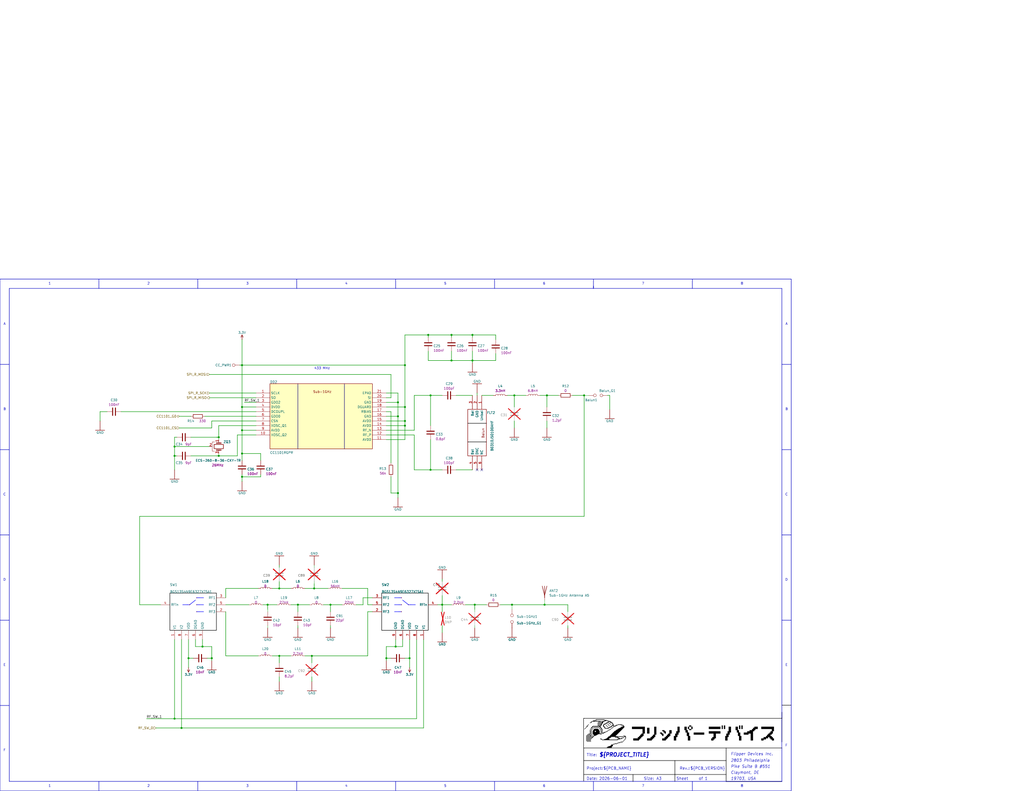
<source format=kicad_sch>
(kicad_sch (version 20230121) (generator eeschema)
  (paper "C")
  (title_block (rev "-"))
  (junction (at 119.38 248.92))
  (junction (at 220.98 199.39))
  (junction (at 217.17 227.33))
  (junction (at 217.17 219.71))
  (junction (at 220.98 222.25))
  (junction (at 95.25 248.92))
  (junction (at 170.18 358.14))
  (junction (at 234.95 215.9))
  (junction (at 280.67 215.9))
  (junction (at 110.49 353.06))
  (junction (at 99.06 397.51))
  (junction (at 246.38 196.85))
  (junction (at 234.95 256.54))
  (junction (at 132.08 199.39))
  (junction (at 95.25 392.43))
  (junction (at 162.56 330.2))
  (junction (at 132.08 260.35))
  (junction (at 115.57 359.41))
  (junction (at 132.08 234.95))
  (junction (at 146.05 330.2))
  (junction (at 215.9 353.06))
  (junction (at 217.17 269.24))
  (junction (at 220.98 232.41))
  (junction (at 233.68 182.88))
  (junction (at 223.52 359.41))
  (junction (at 241.3 330.2))
  (junction (at 259.08 330.2))
  (junction (at 132.08 222.25))
  (junction (at 132.08 247.65))
  (junction (at 171.45 321.31))
  (junction (at 180.34 330.2))
  (junction (at 298.45 215.9))
  (junction (at 297.18 330.2))
  (junction (at 279.4 330.2))
  (junction (at 210.82 359.41))
  (junction (at 152.4 358.14))
  (junction (at 246.38 182.88))
  (junction (at 318.77 215.9))
  (junction (at 119.38 238.76))
  (junction (at 257.81 182.88))
  (junction (at 102.87 359.41))
  (junction (at 257.81 196.85))
  (junction (at 95.25 243.84))
  (junction (at 152.4 321.31))
  (junction (at 220.98 229.87))
  (no_connect (at 260.35 256.54))
  (no_connect (at 262.89 256.54))
  (wire (pts (xy 180.34 341.63) (xy 180.34 342.9)) (stroke (width 0.254)))
  (wire (pts (xy 171.45 308.61) (xy 171.45 309.88)))
  (wire (pts (xy 210.82 232.41) (xy 220.98 232.41)) (stroke (width 0.254)))
  (wire (pts (xy 217.17 214.63) (xy 217.17 219.71)) (stroke (width 0.254)))
  (polyline (pts (xy 368.3 426.72) (xy 368.3 422.91)) (stroke (width 0.254) (type solid) (color 0 0 0 1)))
  (wire (pts (xy 143.51 330.2) (xy 146.05 330.2)) (stroke (width 0.254)))
  (wire (pts (xy 246.38 191.77) (xy 246.38 196.85)) (stroke (width 0.254)))
  (wire (pts (xy 142.24 247.65) (xy 142.24 251.46)) (stroke (width 0.254)))
  (polyline (pts (xy 107.95 157.48) (xy 107.95 152.4)) (stroke (width 0.254) (type solid)))
  (wire (pts (xy 241.3 330.2) (xy 246.38 330.2)) (stroke (width 0.254)))
  (wire (pts (xy 66.04 224.79) (xy 139.7 224.79)) (stroke (width 0.254)))
  (wire (pts (xy 119.38 238.76) (xy 119.38 240.03)))
  (polyline (pts (xy 426.72 292.1) (xy 431.8 292.1)) (stroke (width 0.254) (type solid)))
  (wire (pts (xy 226.06 234.95) (xy 226.06 215.9)) (stroke (width 0.254)))
  (wire (pts (xy 234.95 256.54) (xy 241.3 256.54)) (stroke (width 0.254)))
  (polyline (pts (xy 396.24 426.72) (xy 426.72 426.72)) (stroke (width 0.254) (type solid) (color 0 0 0 1)))
  (polyline (pts (xy 0 152.4) (xy 431.758 152.4)) (stroke (width 0.254) (type solid)))
  (polyline (pts (xy 431.758 431.758) (xy 0 431.758)) (stroke (width 0.254) (type solid)))
  (wire (pts (xy 220.98 222.25) (xy 220.98 199.39)) (stroke (width 0.254)))
  (polyline (pts (xy 5.08 338.667) (xy 0 338.667)) (stroke (width 0.254) (type solid)))
  (wire (pts (xy 231.14 349.25) (xy 231.14 397.51)) (stroke (width 0.254)))
  (wire (pts (xy 262.89 215.9) (xy 269.24 215.9)) (stroke (width 0.254)))
  (wire (pts (xy 213.36 217.17) (xy 210.82 217.17)) (stroke (width 0.254)))
  (wire (pts (xy 259.08 332.74) (xy 259.08 334.01)))
  (wire (pts (xy 152.4 308.61) (xy 152.4 309.88)) (stroke (width 0.254)))
  (wire (pts (xy 132.08 234.95) (xy 139.7 234.95)) (stroke (width 0.254)))
  (polyline (pts (xy 53.975 426.72) (xy 53.975 431.8)) (stroke (width 0.254) (type solid)))
  (wire (pts (xy 213.36 204.47) (xy 213.36 217.17)) (stroke (width 0.254)))
  (wire (pts (xy 331.47 215.9) (xy 332.74 215.9)) (stroke (width 0.254)))
  (wire (pts (xy 219.71 353.06) (xy 215.9 353.06)) (stroke (width 0.254)))
  (wire (pts (xy 298.45 215.9) (xy 298.45 222.25)) (stroke (width 0.254)))
  (wire (pts (xy 123.19 321.31) (xy 140.97 321.31)) (stroke (width 0.254)))
  (wire (pts (xy 132.08 185.42) (xy 132.08 199.39)) (stroke (width 0.254)))
  (wire (pts (xy 146.05 332.74) (xy 146.05 334.01)))
  (wire (pts (xy 210.82 240.03) (xy 220.98 240.03)) (stroke (width 0.254)))
  (wire (pts (xy 104.14 248.92) (xy 119.38 248.92)) (stroke (width 0.254)))
  (wire (pts (xy 162.56 341.63) (xy 162.56 342.9)) (stroke (width 0.254)))
  (wire (pts (xy 139.7 229.87) (xy 115.57 229.87)) (stroke (width 0.254)))
  (wire (pts (xy 95.25 392.43) (xy 80.01 392.43)) (stroke (width 0.254)))
  (wire (pts (xy 139.7 222.25) (xy 132.08 222.25)) (stroke (width 0.254)))
  (wire (pts (xy 200.66 358.14) (xy 200.66 334.01)) (stroke (width 0.254)))
  (wire (pts (xy 332.74 223.52) (xy 332.74 215.9)) (stroke (width 0.254)))
  (wire (pts (xy 114.3 204.47) (xy 213.36 204.47)) (stroke (width 0.254)))
  (wire (pts (xy 213.36 224.79) (xy 210.82 224.79)) (stroke (width 0.254)))
  (wire (pts (xy 215.9 353.06) (xy 215.9 349.25)) (stroke (width 0.254)))
  (polyline (pts (xy 53.975 157.48) (xy 53.975 152.4)) (stroke (width 0.254) (type solid)))
  (wire (pts (xy 210.82 359.41) (xy 210.82 360.68)) (stroke (width 0.254)))
  (wire (pts (xy 111.76 227.33) (xy 139.7 227.33)) (stroke (width 0.254)))
  (wire (pts (xy 220.98 229.87) (xy 220.98 222.25)) (stroke (width 0.254)))
  (wire (pts (xy 210.82 359.41) (xy 213.36 359.41)) (stroke (width 0.254)))
  (polyline (pts (xy 323.85 157.48) (xy 323.85 152.4)) (stroke (width 0.254) (type solid)))
  (wire (pts (xy 200.66 330.2) (xy 203.2 330.2)) (stroke (width 0.254)))
  (wire (pts (xy 273.05 330.2) (xy 279.4 330.2)) (stroke (width 0.254)))
  (wire (pts (xy 102.87 359.41) (xy 105.41 359.41)) (stroke (width 0.254)))
  (wire (pts (xy 110.49 353.06) (xy 115.57 353.06)) (stroke (width 0.254)))
  (wire (pts (xy 152.4 358.14) (xy 158.75 358.14)) (stroke (width 0.254)))
  (wire (pts (xy 280.67 229.87) (xy 280.67 233.68)) (stroke (width 0.254)))
  (wire (pts (xy 246.38 182.88) (xy 246.38 184.15)) (stroke (width 0.254)))
  (wire (pts (xy 129.54 237.49) (xy 129.54 248.92)) (stroke (width 0.254)))
  (wire (pts (xy 210.82 227.33) (xy 217.17 227.33)) (stroke (width 0.254)))
  (wire (pts (xy 76.2 330.2) (xy 76.2 281.94)) (stroke (width 0.254)))
  (wire (pts (xy 139.7 232.41) (xy 119.38 232.41)) (stroke (width 0.254)))
  (wire (pts (xy 194.31 330.2) (xy 198.12 330.2)) (stroke (width 0.254)))
  (wire (pts (xy 234.95 256.54) (xy 226.06 256.54)) (stroke (width 0.254)))
  (wire (pts (xy 115.57 353.06) (xy 115.57 359.41)) (stroke (width 0.254)))
  (wire (pts (xy 114.3 217.17) (xy 139.7 217.17)) (stroke (width 0.254)))
  (wire (pts (xy 97.79 227.33) (xy 104.14 227.33)) (stroke (width 0.254)))
  (wire (pts (xy 312.42 215.9) (xy 318.77 215.9)) (stroke (width 0.254)))
  (polyline (pts (xy 107.95 426.72) (xy 107.95 431.8)) (stroke (width 0.254) (type solid)))
  (wire (pts (xy 226.06 215.9) (xy 234.95 215.9)) (stroke (width 0.254)))
  (wire (pts (xy 152.4 369.57) (xy 152.4 372.11)) (stroke (width 0.254)))
  (wire (pts (xy 198.12 326.39) (xy 203.2 326.39)) (stroke (width 0.254)))
  (wire (pts (xy 115.57 359.41) (xy 115.57 360.68)) (stroke (width 0.254)))
  (wire (pts (xy 102.87 364.49) (xy 102.87 359.41)) (stroke (width 0.254)))
  (wire (pts (xy 257.81 182.88) (xy 257.81 184.15)) (stroke (width 0.254)))
  (wire (pts (xy 318.77 281.94) (xy 318.77 215.9)) (stroke (width 0.254)))
  (wire (pts (xy 298.45 229.87) (xy 298.45 233.68)) (stroke (width 0.254)))
  (wire (pts (xy 180.34 330.2) (xy 180.34 334.01)) (stroke (width 0.254)))
  (wire (pts (xy 248.92 215.9) (xy 257.81 215.9)) (stroke (width 0.254)))
  (polyline (pts (xy 368.3 422.91) (xy 368.3 415.29)) (stroke (width 0.254) (type solid) (color 0 0 0 1)))
  (wire (pts (xy 95.25 248.92) (xy 95.25 256.54)) (stroke (width 0.254)))
  (wire (pts (xy 132.08 234.95) (xy 132.08 222.25)) (stroke (width 0.254)))
  (polyline (pts (xy 215.9 426.72) (xy 215.9 431.8)) (stroke (width 0.254) (type solid)))
  (wire (pts (xy 248.92 256.54) (xy 257.81 256.54)) (stroke (width 0.254)))
  (wire (pts (xy 220.98 199.39) (xy 220.98 182.88)) (stroke (width 0.254)))
  (wire (pts (xy 142.24 247.65) (xy 132.08 247.65)) (stroke (width 0.254)))
  (wire (pts (xy 210.82 214.63) (xy 217.17 214.63)) (stroke (width 0.254)))
  (wire (pts (xy 171.45 318.77) (xy 171.45 321.31)) (stroke (width 0.254)))
  (wire (pts (xy 95.25 243.84) (xy 95.25 248.92)) (stroke (width 0.254)))
  (wire (pts (xy 132.08 260.35) (xy 142.24 260.35)) (stroke (width 0.254)))
  (wire (pts (xy 162.56 330.2) (xy 162.56 334.01)) (stroke (width 0.254)))
  (wire (pts (xy 223.52 359.41) (xy 223.52 349.25)) (stroke (width 0.254)))
  (wire (pts (xy 260.35 215.9) (xy 260.35 214.63)) (stroke (width 0.254)))
  (wire (pts (xy 170.18 369.57) (xy 170.18 372.11)) (stroke (width 0.254)))
  (wire (pts (xy 246.38 182.88) (xy 257.81 182.88)) (stroke (width 0.254)))
  (wire (pts (xy 238.76 330.2) (xy 241.3 330.2)) (stroke (width 0.254)))
  (wire (pts (xy 106.68 353.06) (xy 110.49 353.06)) (stroke (width 0.254)))
  (wire (pts (xy 270.51 182.88) (xy 270.51 185.42)) (stroke (width 0.254)))
  (wire (pts (xy 200.66 334.01) (xy 203.2 334.01)) (stroke (width 0.254)))
  (polyline (pts (xy 426.678 388.874) (xy 426.678 405.13)) (stroke (width 0.254) (type solid) (color 0 0 0 1)))
  (wire (pts (xy 213.36 224.79) (xy 213.36 252.73)) (stroke (width 0.254)))
  (wire (pts (xy 210.82 353.06) (xy 210.82 359.41)) (stroke (width 0.254)))
  (polyline (pts (xy 5.08 198.967) (xy 0 198.967)) (stroke (width 0.254) (type solid)))
  (wire (pts (xy 170.18 358.14) (xy 170.18 361.95)) (stroke (width 0.254)))
  (polyline (pts (xy 5.08 385.233) (xy 0 385.233)) (stroke (width 0.254) (type solid)))
  (wire (pts (xy 142.24 259.08) (xy 142.24 260.35)) (stroke (width 0.254)))
  (polyline (pts (xy 396.24 426.72) (xy 396.24 408.432)) (stroke (width 0.254) (type solid) (color 0 0 0 1)))
  (wire (pts (xy 241.3 341.63) (xy 241.3 345.44)) (stroke (width 0.254)))
  (polyline (pts (xy 426.678 426.677) (xy 5.08 426.677)) (stroke (width 0.254) (type solid)))
  (wire (pts (xy 152.4 317.5) (xy 152.4 321.31)) (stroke (width 0.254)))
  (wire (pts (xy 227.33 392.43) (xy 95.25 392.43)) (stroke (width 0.254)))
  (polyline (pts (xy 396.24 415.29) (xy 318.516 415.29)) (stroke (width 0.254) (type solid) (color 0 0 0 1)))
  (wire (pts (xy 87.63 330.2) (xy 76.2 330.2)) (stroke (width 0.254)))
  (wire (pts (xy 259.08 330.2) (xy 265.43 330.2)) (stroke (width 0.254)))
  (wire (pts (xy 217.17 219.71) (xy 217.17 227.33)) (stroke (width 0.254)))
  (wire (pts (xy 233.68 191.77) (xy 233.68 196.85)) (stroke (width 0.254)))
  (wire (pts (xy 133.35 219.71) (xy 139.7 219.71)) (stroke (width 0.254)))
  (wire (pts (xy 213.36 269.24) (xy 217.17 269.24)) (stroke (width 0.254)))
  (polyline (pts (xy 377.825 426.72) (xy 377.825 431.8)) (stroke (width 0.254) (type solid)))
  (wire (pts (xy 115.57 229.87) (xy 115.57 233.68)) (stroke (width 0.254)))
  (wire (pts (xy 186.69 321.31) (xy 200.66 321.31)) (stroke (width 0.254)))
  (wire (pts (xy 233.68 182.88) (xy 246.38 182.88)) (stroke (width 0.254)))
  (polyline (pts (xy 323.85 426.72) (xy 323.85 431.8)) (stroke (width 0.254) (type solid)))
  (wire (pts (xy 166.37 321.31) (xy 171.45 321.31)) (stroke (width 0.254)))
  (wire (pts (xy 54.61 224.79) (xy 58.42 224.79)) (stroke (width 0.254)))
  (wire (pts (xy 158.75 330.2) (xy 162.56 330.2)) (stroke (width 0.254)))
  (wire (pts (xy 95.25 238.76) (xy 95.25 243.84)) (stroke (width 0.254)))
  (wire (pts (xy 246.38 196.85) (xy 257.81 196.85)) (stroke (width 0.254)))
  (wire (pts (xy 257.81 191.77) (xy 257.81 196.85)) (stroke (width 0.254)))
  (wire (pts (xy 106.68 349.25) (xy 106.68 353.06)) (stroke (width 0.254)))
  (wire (pts (xy 114.3 214.63) (xy 139.7 214.63)) (stroke (width 0.254)))
  (wire (pts (xy 259.08 332.74) (xy 259.08 330.2)) (stroke (width 0.254)))
  (polyline (pts (xy 0 431.758) (xy 0 152.4)) (stroke (width 0.254) (type solid)))
  (wire (pts (xy 123.19 334.01) (xy 123.19 358.14)) (stroke (width 0.254)))
  (wire (pts (xy 170.18 358.14) (xy 200.66 358.14)) (stroke (width 0.254)))
  (wire (pts (xy 226.06 237.49) (xy 210.82 237.49)) (stroke (width 0.254)))
  (wire (pts (xy 219.71 349.25) (xy 219.71 353.06)) (stroke (width 0.254)))
  (wire (pts (xy 162.56 330.2) (xy 168.91 330.2)) (stroke (width 0.254)))
  (polyline (pts (xy 5.08 157.481) (xy 426.678 157.481)) (stroke (width 0.254) (type solid)))
  (wire (pts (xy 257.81 196.85) (xy 270.51 196.85)) (stroke (width 0.254)))
  (wire (pts (xy 210.82 229.87) (xy 220.98 229.87)) (stroke (width 0.254)))
  (wire (pts (xy 176.53 330.2) (xy 180.34 330.2)) (stroke (width 0.254)))
  (wire (pts (xy 132.08 247.65) (xy 132.08 234.95)) (stroke (width 0.254)))
  (wire (pts (xy 220.98 182.88) (xy 233.68 182.88)) (stroke (width 0.254)))
  (wire (pts (xy 119.38 248.92) (xy 118.11 248.92)))
  (wire (pts (xy 95.25 243.84) (xy 114.3 243.84)) (stroke (width 0.254)))
  (polyline (pts (xy 269.875 426.72) (xy 269.875 431.8)) (stroke (width 0.254) (type solid)))
  (polyline (pts (xy 396.24 422.91) (xy 318.516 422.91)) (stroke (width 0.254) (type solid) (color 0 0 0 1)))
  (wire (pts (xy 309.88 341.63) (xy 309.88 342.9)) (stroke (width 0.254)))
  (wire (pts (xy 234.95 215.9) (xy 241.3 215.9)) (stroke (width 0.254)))
  (wire (pts (xy 123.19 358.14) (xy 140.97 358.14)) (stroke (width 0.254)))
  (wire (pts (xy 95.25 238.76) (xy 96.52 238.76)) (stroke (width 0.254)))
  (wire (pts (xy 227.33 349.25) (xy 227.33 392.43)) (stroke (width 0.254)))
  (wire (pts (xy 132.08 262.89) (xy 132.08 260.35)) (stroke (width 0.254)))
  (wire (pts (xy 241.3 330.2) (xy 241.3 334.01)) (stroke (width 0.254)))
  (wire (pts (xy 210.82 234.95) (xy 226.06 234.95)) (stroke (width 0.254)))
  (wire (pts (xy 119.38 248.92) (xy 129.54 248.92)) (stroke (width 0.254)))
  (wire (pts (xy 220.98 240.03) (xy 220.98 232.41)) (stroke (width 0.254)))
  (wire (pts (xy 226.06 256.54) (xy 226.06 237.49)) (stroke (width 0.254)))
  (polyline (pts (xy 345.44 426.72) (xy 345.44 422.91)) (stroke (width 0.254) (type solid) (color 0 0 0 1)))
  (wire (pts (xy 180.34 330.2) (xy 186.69 330.2)) (stroke (width 0.254)))
  (wire (pts (xy 233.68 182.88) (xy 233.68 184.15)) (stroke (width 0.254)))
  (wire (pts (xy 148.59 321.31) (xy 152.4 321.31)) (stroke (width 0.254)))
  (wire (pts (xy 54.61 224.79) (xy 54.61 229.87)) (stroke (width 0.254)))
  (wire (pts (xy 95.25 349.25) (xy 95.25 392.43)) (stroke (width 0.254)))
  (wire (pts (xy 139.7 237.49) (xy 129.54 237.49)) (stroke (width 0.254)))
  (wire (pts (xy 254 330.2) (xy 259.08 330.2)) (stroke (width 0.254)))
  (wire (pts (xy 220.98 359.41) (xy 223.52 359.41)) (stroke (width 0.254)))
  (wire (pts (xy 123.19 330.2) (xy 135.89 330.2)) (stroke (width 0.254)))
  (wire (pts (xy 257.81 198.12) (xy 257.81 196.85)) (stroke (width 0.254)))
  (wire (pts (xy 270.51 193.04) (xy 270.51 196.85)) (stroke (width 0.254)))
  (wire (pts (xy 132.08 259.08) (xy 132.08 260.35)) (stroke (width 0.254)))
  (wire (pts (xy 321.31 215.9) (xy 318.77 215.9)))
  (polyline (pts (xy 161.925 157.48) (xy 161.925 152.4)) (stroke (width 0.254) (type solid)))
  (wire (pts (xy 276.86 215.9) (xy 280.67 215.9)) (stroke (width 0.254)))
  (polyline (pts (xy 426.72 198.967) (xy 431.8 198.967)) (stroke (width 0.254) (type solid)))
  (polyline (pts (xy 431.758 152.4) (xy 431.758 431.758)) (stroke (width 0.254) (type solid)))
  (wire (pts (xy 132.08 199.39) (xy 220.98 199.39)) (stroke (width 0.254)))
  (wire (pts (xy 234.95 215.9) (xy 234.95 232.41)) (stroke (width 0.254)))
  (wire (pts (xy 200.66 321.31) (xy 200.66 330.2)) (stroke (width 0.254)))
  (wire (pts (xy 123.19 321.31) (xy 123.19 326.39)) (stroke (width 0.254)))
  (wire (pts (xy 259.08 341.63) (xy 259.08 342.9)))
  (polyline (pts (xy 269.875 157.48) (xy 269.875 152.4)) (stroke (width 0.254) (type solid)))
  (wire (pts (xy 217.17 269.24) (xy 217.17 271.78)) (stroke (width 0.254)))
  (wire (pts (xy 257.81 182.88) (xy 270.51 182.88)) (stroke (width 0.254)))
  (wire (pts (xy 132.08 247.65) (xy 132.08 251.46)) (stroke (width 0.254)))
  (polyline (pts (xy 323.85 157.48) (xy 323.85 156.21)) (stroke (width 0.254) (type solid)))
  (wire (pts (xy 113.03 359.41) (xy 115.57 359.41)) (stroke (width 0.254)))
  (wire (pts (xy 171.45 317.5) (xy 171.45 318.77)))
  (wire (pts (xy 148.59 358.14) (xy 152.4 358.14)) (stroke (width 0.254)))
  (wire (pts (xy 166.37 358.14) (xy 170.18 358.14)) (stroke (width 0.254)))
  (wire (pts (xy 279.4 330.2) (xy 297.18 330.2)) (stroke (width 0.254)))
  (wire (pts (xy 119.38 238.76) (xy 118.11 238.76)))
  (wire (pts (xy 279.4 332.74) (xy 279.4 330.2)))
  (polyline (pts (xy 5.08 292.1) (xy 0 292.1)) (stroke (width 0.254) (type solid)))
  (wire (pts (xy 210.82 222.25) (xy 220.98 222.25)) (stroke (width 0.254)))
  (wire (pts (xy 152.4 321.31) (xy 158.75 321.31)) (stroke (width 0.254)))
  (wire (pts (xy 280.67 215.9) (xy 280.67 222.25)) (stroke (width 0.254)))
  (wire (pts (xy 234.95 240.03) (xy 234.95 256.54)) (stroke (width 0.254)))
  (wire (pts (xy 231.14 397.51) (xy 99.06 397.51)) (stroke (width 0.254)))
  (wire (pts (xy 119.38 232.41) (xy 119.38 238.76)) (stroke (width 0.254)))
  (polyline (pts (xy 426.72 338.667) (xy 431.8 338.667)) (stroke (width 0.254) (type solid)))
  (wire (pts (xy 223.52 364.49) (xy 223.52 359.41)) (stroke (width 0.254)))
  (polyline (pts (xy 215.9 157.48) (xy 215.9 152.4)) (stroke (width 0.254) (type solid)))
  (wire (pts (xy 99.06 397.51) (xy 85.09 397.51)) (stroke (width 0.254)))
  (wire (pts (xy 217.17 219.71) (xy 210.82 219.71)) (stroke (width 0.254)))
  (wire (pts (xy 102.87 359.41) (xy 102.87 349.25)) (stroke (width 0.254)))
  (wire (pts (xy 115.57 233.68) (xy 97.79 233.68)) (stroke (width 0.254)))
  (wire (pts (xy 104.14 238.76) (xy 119.38 238.76)) (stroke (width 0.254)))
  (wire (pts (xy 294.64 215.9) (xy 298.45 215.9)) (stroke (width 0.254)))
  (wire (pts (xy 146.05 330.2) (xy 151.13 330.2)) (stroke (width 0.254)))
  (wire (pts (xy 146.05 332.74) (xy 146.05 330.2)) (stroke (width 0.254)))
  (polyline (pts (xy 426.72 245.533) (xy 431.8 245.533)) (stroke (width 0.254) (type solid)))
  (polyline (pts (xy 5.08 426.677) (xy 5.08 157.481)) (stroke (width 0.254) (type solid)))
  (wire (pts (xy 99.06 349.25) (xy 99.06 397.51)) (stroke (width 0.254)))
  (wire (pts (xy 198.12 330.2) (xy 198.12 326.39)) (stroke (width 0.254)))
  (wire (pts (xy 298.45 215.9) (xy 304.8 215.9)) (stroke (width 0.254)))
  (wire (pts (xy 297.18 327.66) (xy 297.18 330.2)))
  (polyline (pts (xy 377.825 157.48) (xy 377.825 152.4)) (stroke (width 0.254) (type solid)))
  (polyline (pts (xy 426.72 385.064) (xy 431.8 385.064)) (stroke (width 0.254) (type solid) (color 0 0 0 1)))
  (wire (pts (xy 217.17 227.33) (xy 217.17 269.24)) (stroke (width 0.254)))
  (wire (pts (xy 280.67 215.9) (xy 287.02 215.9)) (stroke (width 0.254)))
  (polyline (pts (xy 318.516 408.432) (xy 426.72 408.432)) (stroke (width 0.254) (type solid) (color 0 0 0 1)))
  (wire (pts (xy 220.98 232.41) (xy 220.98 229.87)) (stroke (width 0.254)))
  (wire (pts (xy 76.2 281.94) (xy 318.77 281.94)) (stroke (width 0.254)))
  (wire (pts (xy 215.9 353.06) (xy 210.82 353.06)) (stroke (width 0.254)))
  (wire (pts (xy 213.36 260.35) (xy 213.36 269.24)) (stroke (width 0.254)))
  (wire (pts (xy 95.25 248.92) (xy 96.52 248.92)) (stroke (width 0.254)))
  (wire (pts (xy 171.45 321.31) (xy 179.07 321.31)) (stroke (width 0.254)))
  (polyline (pts (xy 161.925 426.72) (xy 161.925 431.8)) (stroke (width 0.254) (type solid)))
  (wire (pts (xy 233.68 196.85) (xy 246.38 196.85)) (stroke (width 0.254)))
  (polyline (pts (xy 426.678 157.481) (xy 426.678 426.677)) (stroke (width 0.254) (type solid)))
  (wire (pts (xy 119.38 247.65) (xy 119.38 248.92)))
  (wire (pts (xy 152.4 358.14) (xy 152.4 361.95)) (stroke (width 0.254)))
  (wire (pts (xy 132.08 222.25) (xy 132.08 199.39)) (stroke (width 0.254)))
  (wire (pts (xy 241.3 316.23) (xy 241.3 317.5)) (stroke (width 0.254)))
  (polyline (pts (xy 5.08 245.533) (xy 0 245.533)) (stroke (width 0.254) (type solid)))
  (wire (pts (xy 241.3 325.12) (xy 241.3 330.2)) (stroke (width 0.254)))
  (wire (pts (xy 146.05 341.63) (xy 146.05 342.9)))
  (wire (pts (xy 309.88 330.2) (xy 309.88 334.01)) (stroke (width 0.254)))
  (wire (pts (xy 297.18 330.2) (xy 309.88 330.2)) (stroke (width 0.254)))
  (wire (pts (xy 110.49 353.06) (xy 110.49 349.25)) (stroke (width 0.254)))
  (wire (pts (xy 132.08 199.39) (xy 130.81 199.39)) (stroke (width 0.254)))
  (polyline (pts (xy 426.72 392.176) (xy 318.516 392.176) (xy 318.516 426.466)) (stroke (width 0.254) (type solid) (color 0 0 0 1)))
  (image (at 372.436 400.431) (scale 1.24342))
  (text "433 MHz" (at 171.45 201.93 0) (effects (font (size 1.27 1.27)) (justify left bottom)))
  (text "Rev.:" (at 370.84 420.624 0) (effects (font (size 1.524 1.524)) (justify left bottom)))
  (text "7" (at 350.223 430.02 0) (effects (font (size 1.27 1.27)) (justify left bottom)))
  (text "Date:" (at 320.04 426.212 0) (effects (font (size 1.524 1.524)) (justify left bottom)))
  (text "5" (at 242.273 430.02 0) (effects (font (size 1.27 1.27)) (justify left bottom)))
  (text "1" (at 26.373 430.02 0) (effects (font (size 1.27 1.27)) (justify left bottom)))
  (text "A3" (at 358.14 426.212 0) (effects (font (size 1.524 1.524)) (justify left bottom)))
  (text "5" (at 242.273 155.7 0) (effects (font (size 1.27 1.27)) (justify left bottom)))
  (text "B" (at 428.518 224.282 0) (effects (font (size 1.27 1.27)) (justify left bottom)))
  (text "${PCB_NAME}" (at 329.184 420.624 0) (effects (font (size 1.524 1.524)) (justify left bottom)))
  (text "of" (at 381.254 426.212 0) (effects (font (size 1.524 1.524)) (justify left bottom)))
  (text "D" (at 428.454 317.415 0) (effects (font (size 1.27 1.27)) (justify left bottom)))
  (text "Size:" (at 351.282 426.212 0) (effects (font (size 1.524 1.524)) (justify left bottom)))
  (text "${##}" (at 384.556 426.212 0) (effects (font (size 1.524 1.524)) (justify left bottom)))
  (text "8" (at 404.198 155.7 0) (effects (font (size 1.27 1.27)) (justify left bottom)))
  (text "A" (at 1.862 177.715 0) (effects (font (size 1.27 1.27)) (justify left bottom)))
  (text "B" (at 1.798 224.282 0) (effects (font (size 1.27 1.27)) (justify left bottom)))
  (text "19703, USA" (at 398.78 426.212 0) (effects (font (size 1.524 1.524) italic) (justify left bottom)))
  (text "${PROJECT_TITLE}" (at 326.898 413.512 0) (effects (font (size 2.032 2.032) bold italic) (justify left bottom)))
  (text "${CURRENT_DATE}" (at 326.898 426.212 0) (effects (font (size 1.524 1.524)) (justify left bottom)))
  (text "Pike Suite B #551" (at 398.78 419.608 0) (effects (font (size 1.524 1.524) italic) (justify left bottom)))
  (text "F" (at 1.798 410.549 0) (effects (font (size 1.27 1.27)) (justify left bottom)))
  (text "E" (at 428.518 363.982 0) (effects (font (size 1.27 1.27)) (justify left bottom)))
  (text "C" (at 1.734 270.849 0) (effects (font (size 1.27 1.27)) (justify left bottom)))
  (text "F" (at 428.498 407.924 0) (effects (font (size 1.27 1.27)) (justify left bottom)))
  (text "${#}" (at 375.92 426.212 0) (effects (font (size 1.524 1.524)) (justify left bottom)))
  (text "Sheet" (at 369.062 426.212 0) (effects (font (size 1.524 1.524)) (justify left bottom)))
  (text "1" (at 26.373 155.7 0) (effects (font (size 1.27 1.27)) (justify left bottom)))
  (text "2803 Philadelphia" (at 398.78 416.306 0) (effects (font (size 1.524 1.524) italic) (justify left bottom)))
  (text "8" (at 404.198 430.02 0) (effects (font (size 1.27 1.27)) (justify left bottom)))
  (text "Claymont, DE" (at 398.78 422.91 0) (effects (font (size 1.524 1.524) italic) (justify left bottom)))
  (text "A" (at 428.582 177.715 0) (effects (font (size 1.27 1.27)) (justify left bottom)))
  (text "3" (at 134.323 155.7 0) (effects (font (size 1.27 1.27)) (justify left bottom)))
  (text "Project:" (at 320.04 420.624 0) (effects (font (size 1.524 1.524)) (justify left bottom)))
  (text "Flipper Devices Inc." (at 398.78 412.75 0) (effects (font (size 1.524 1.524) italic) (justify left bottom)))
  (text "2" (at 80.348 430.02 0) (effects (font (size 1.27 1.27)) (justify left bottom)))
  (text "D" (at 1.734 317.415 0) (effects (font (size 1.27 1.27)) (justify left bottom)))
  (text "3" (at 134.323 430.02 0) (effects (font (size 1.27 1.27)) (justify left bottom)))
  (text "7" (at 350.223 155.7 0) (effects (font (size 1.27 1.27)) (justify left bottom)))
  (text "6" (at 296.248 430.02 0) (effects (font (size 1.27 1.27)) (justify left bottom)))
  (text "2" (at 80.348 155.7 0) (effects (font (size 1.27 1.27)) (justify left bottom)))
  (text "${PCB_VERSION}" (at 376.682 420.624 0) (effects (font (size 1.524 1.524)) (justify left bottom)))
  (text "6" (at 296.248 155.7 0) (effects (font (size 1.27 1.27)) (justify left bottom)))
  (text "4" (at 188.298 155.7 0) (effects (font (size 1.27 1.27)) (justify left bottom)))
  (text "C" (at 428.454 270.849 0) (effects (font (size 1.27 1.27)) (justify left bottom)))
  (text "E" (at 1.798 363.982 0) (effects (font (size 1.27 1.27)) (justify left bottom)))
  (text "Title:" (at 320.04 413.258 0) (effects (font (size 1.524 1.524)) (justify left bottom)))
  (text "4" (at 188.298 430.02 0) (effects (font (size 1.27 1.27)) (justify left bottom)))
  (label "RF_SW_1" (at 133.35 219.71 0))
  (label "RF_SW_1" (at 80.01 392.43 0))
  (hierarchical_label "SPI_R_MOSI" (shape input) (at 114.3 204.47 180))
  (hierarchical_label "SPI_R_MISO" (shape output) (at 114.3 217.17 180))
  (hierarchical_label "СС1101_CS" (shape input) (at 97.79 233.68 180))
  (hierarchical_label "SPI_R_SCK" (shape input) (at 114.3 214.63 180))
  (hierarchical_label "CC1101_G0" (shape bidirectional) (at 97.79 227.33 180))
  (hierarchical_label "RF_SW_0" (shape input) (at 85.09 397.51 180))
  (symbol (lib_id "Device:C") (at 233.68 187.96 0) (unit 1)
    (property "Reference" "C25" (at 236.474 189.611 0) (effects (justify left bottom)))
    (property "Value" "0.1uF" (effects hide))
    (property "Footprint" "Capacitor_SMD:C_0402_1005Metric" (effects hide))
    (property "CASE/PACKAGE" "0402" (effects hide))
    (property "DIELECTRIC" "X7R" (effects hide))
    (property "COMPANY" "Flipper Devices" (effects hide))
    (property "COMPONENT TYPE" "Standard" (effects hide))
    (property "VOLTAGE" "16V" (effects hide))
    (property "INTERNAL_PN" "FDCAP0001" (effects hide))
    (property "TOLERANCE" "10%" (effects hide))
    (property "ALTIUM_VALUE" "100nF" (at 236.474 192.151 0) (effects (justify left bottom)))
    (property "PINS" "2" (effects hide))
    (property "DESIGN ITEM ID" "CAP_0.1uF_0402" (effects hide))
    (property "SOURCE" "Flipper_zero.SchLib" (effects hide))
    (property "ALTERNATIVE_PN" "Walsin 0402B104K160CT / YAGEO CC0402KRX7R7BB104 / FH 0402B104K160NT / SAMSUNG CL05B104KO5NNNC" (effects hide))
    (property "CASE" "0402" (effects hide))
  )
  (symbol (lib_id "Device:C") (at 257.81 187.96 0) (unit 1)
    (property "Reference" "C27" (at 260.604 189.611 0) (effects (justify left bottom)))
    (property "Value" "0.1uF" (effects hide))
    (property "Footprint" "Capacitor_SMD:C_0402_1005Metric" (effects hide))
    (property "CASE/PACKAGE" "0402" (effects hide))
    (property "DIELECTRIC" "X7R" (effects hide))
    (property "COMPANY" "Flipper Devices" (effects hide))
    (property "COMPONENT TYPE" "Standard" (effects hide))
    (property "VOLTAGE" "16V" (effects hide))
    (property "INTERNAL_PN" "FDCAP0001" (effects hide))
    (property "TOLERANCE" "10%" (effects hide))
    (property "ALTIUM_VALUE" "100nF" (at 260.604 192.151 0) (effects (justify left bottom)))
    (property "PINS" "2" (effects hide))
    (property "DESIGN ITEM ID" "CAP_0.1uF_0402" (effects hide))
    (property "SOURCE" "Flipper_zero.SchLib" (effects hide))
    (property "ALTERNATIVE_PN" "Walsin 0402B104K160CT / YAGEO CC0402KRX7R7BB104 / FH 0402B104K160NT / SAMSUNG CL05B104KO5NNNC" (effects hide))
    (property "CASE" "0402" (effects hide))
  )
  (symbol (lib_id "flipper_main-altium-import:GND") (at 241.3 316.23 180) (unit 1)
    (property "Reference" "#PWR0231" (effects hide))
    (property "Value" "GND" (at 241.3 309.88 0))
  )
  (symbol (lib_id "Device:L") (at 162.56 358.14 90) (unit 1)
    (property "Reference" "L11" (at 162.56 354.33 90))
    (property "Value" "2.7nH" (effects hide))
    (property "Footprint" "Inductor_SMD:L_0402_1005Metric" (effects hide))
    (property "ALTIUM_VALUE" "2.7nH" (at 162.56 356.87 90))
    (property "ROHS COMPLIANT" "Yes" (effects hide))
    (property "COMPONENT TYPE" "Standard" (effects hide))
    (property "CASE/PACKAGE" "0402" (effects hide))
    (property "INTERNAL_PN" "FDIND0020" (effects hide))
    (property "ALTERNATIVE_PN" "LQG15HS2N7S02D" (effects hide))
    (property "MIN OPERATING TEMPERATURE" "-55°C" (effects hide))
    (property "CASE" "0402" (effects hide))
    (property "SELF RESONANT FREQUENCY" "6GHz" (effects hide))
    (property "COMPANY" "Flipper Devices" (effects hide))
    (property "PINS" "2" (effects hide))
    (property "DESIGN ITEM ID" "IND_0R_0402" (effects hide))
    (property "SOURCE" "Flipper_zero.SchLib" (effects hide))
    (property "TOLERANCE" "11.111%" (effects hide))
    (property "MAX OPERATING TEMPERATURE" "125°C" (effects hide))
  )
  (symbol (lib_id "flipper_main-altium-import:GND") (at 115.57 360.68 0) (unit 1)
    (property "Reference" "#PWR0222" (effects hide))
    (property "Value" "GND" (at 115.57 367.03 0))
  )
  (symbol (lib_id "Device:C") (at 270.51 189.23 0) (unit 1)
    (property "Reference" "C28" (at 273.304 190.881 0) (effects (justify left bottom)))
    (property "Value" "0.1uF" (effects hide))
    (property "Footprint" "Capacitor_SMD:C_0402_1005Metric" (effects hide))
    (property "CASE/PACKAGE" "0402" (effects hide))
    (property "DIELECTRIC" "X7R" (effects hide))
    (property "COMPANY" "Flipper Devices" (effects hide))
    (property "COMPONENT TYPE" "Standard" (effects hide))
    (property "VOLTAGE" "16V" (effects hide))
    (property "INTERNAL_PN" "FDCAP0001" (effects hide))
    (property "TOLERANCE" "10%" (effects hide))
    (property "ALTIUM_VALUE" "100nF" (at 273.304 193.421 0) (effects (justify left bottom)))
    (property "PINS" "2" (effects hide))
    (property "DESIGN ITEM ID" "CAP_0.1uF_0402" (effects hide))
    (property "SOURCE" "Flipper_zero.SchLib" (effects hide))
    (property "ALTERNATIVE_PN" "Walsin 0402B104K160CT / YAGEO CC0402KRX7R7BB104 / FH 0402B104K160NT / SAMSUNG CL05B104KO5NNNC" (effects hide))
    (property "CASE" "0402" (effects hide))
  )
  (symbol (lib_id "Device:L") (at 273.05 215.9 90) (unit 1)
    (property "Reference" "L4" (at 273.05 210.82 90))
    (property "Value" "3.3nH" (effects hide))
    (property "Footprint" "Inductor_SMD:L_0402_1005Metric" (effects hide))
    (property "ALTIUM_VALUE" "3.3nH" (at 273.05 213.36 90))
    (property "PINS" "2" (effects hide))
    (property "TOLERANCE" "3.03%" (effects hide))
    (property "INTERNAL_PN" "FDIND0012" (effects hide))
    (property "COMPONENT TYPE" "Standard" (effects hide))
    (property "SOURCE" "Flipper_zero.SchLib" (effects hide))
    (property "SELF RESONANT FREQUENCY" "4.5GHz" (effects hide))
    (property "CASE" "0402" (effects hide))
    (property "MIN OPERATING TEMPERATURE" "-55°C" (effects hide))
    (property "MAX OPERATING TEMPERATURE" "125°C" (effects hide))
    (property "CASE/PACKAGE" "0402" (effects hide))
    (property "DESIGN ITEM ID" "LQG15HS3N3B02D" (effects hide))
    (property "COMPANY" "Flipper Devices" (effects hide))
    (property "ALTERNATIVE_PN" "LQG15HS3N3B02D / SUNLORD HQ1005C3N3BTM01" (effects hide))
  )
  (symbol (lib_id "flipper_main-altium-import:GND") (at 217.17 271.78 0) (unit 1)
    (property "Reference" "#PWR0232" (effects hide))
    (property "Value" "GND" (at 217.17 278.13 0))
  )
  (symbol (lib_id "Device:C") (at 162.56 337.82 0) (unit 1)
    (property "Reference" "C43" (at 165.354 339.471 0) (effects (justify left bottom)))
    (property "Value" "10pF" (effects hide))
    (property "Footprint" "Capacitor_SMD:C_0402_1005Metric" (effects hide))
    (property "PINS" "2" (effects hide))
    (property "TOLERANCE" "5%" (effects hide))
    (property "INTERNAL_PN" "FDCAP0062" (effects hide))
    (property "ALTERNATIVE_PN" "GRM1555C1H100JA1J" (effects hide))
    (property "CASE" "0402" (effects hide))
    (property "COMPONENT TYPE" "Standard" (effects hide))
    (property "ALTIUM_VALUE" "10pF" (at 165.354 342.011 0) (effects (justify left bottom)))
    (property "VOLTAGE" "50V" (effects hide))
    (property "DIELECTRIC" "C0G" (effects hide))
    (property "CASE/PACKAGE" "0402" (effects hide))
    (property "COMPANY" "Flipper Devices" (effects hide))
    (property "SOURCE" "Flipper_zero.SchLib" (effects hide))
  )
  (symbol (lib_id "Device:C") (at 241.3 321.31 0) (unit 1) (dnp yes)
    (property "Reference" "C40" (at 236.22 320.04 0) (effects (justify left bottom)))
    (property "Value" "DNP" (effects hide))
    (property "Footprint" "Capacitor_SMD:C_0402_1005Metric" (effects hide))
    (property "COMPANY" "Flipper Devices" (effects hide))
    (property "COMPONENT TYPE" "Standard" (effects hide))
    (property "PINS" "2" (effects hide))
    (property "CASE" "0402" (effects hide))
    (property "SOURCE" "Flipper_zero.SchLib" (effects hide))
    (property "CASE/PACKAGE" "0402" (effects hide))
  )
  (symbol (lib_id "flipper_main-altium-import:GND") (at 259.08 342.9 0) (unit 1)
    (property "Reference" "#PWR0234" (effects hide))
    (property "Value" "GND" (at 259.08 349.25 0))
  )
  (symbol (lib_id "Device:C") (at 146.05 337.82 0) (unit 1)
    (property "Reference" "C42" (at 148.844 339.471 0) (effects (justify left bottom)))
    (property "Value" "10pF" (effects hide))
    (property "Footprint" "Capacitor_SMD:C_0402_1005Metric" (effects hide))
    (property "PINS" "2" (effects hide))
    (property "TOLERANCE" "5%" (effects hide))
    (property "INTERNAL_PN" "FDCAP0062" (effects hide))
    (property "ALTERNATIVE_PN" "GRM1555C1H100JA1J" (effects hide))
    (property "CASE" "0402" (effects hide))
    (property "COMPONENT TYPE" "Standard" (effects hide))
    (property "ALTIUM_VALUE" "10pF" (at 148.844 342.011 0) (effects (justify left bottom)))
    (property "VOLTAGE" "50V" (effects hide))
    (property "DIELECTRIC" "C0G" (effects hide))
    (property "CASE/PACKAGE" "0402" (effects hide))
    (property "COMPANY" "Flipper Devices" (effects hide))
    (property "SOURCE" "Flipper_zero.SchLib" (effects hide))
  )
  (symbol (lib_id "flipper_main-altium-import:GND") (at 241.3 345.44 0) (unit 1)
    (property "Reference" "#PWR0217" (effects hide))
    (property "Value" "GND" (at 241.3 351.79 0))
  )
  (symbol (lib_id "Device:C") (at 246.38 187.96 0) (unit 1)
    (property "Reference" "C26" (at 249.174 189.611 0) (effects (justify left bottom)))
    (property "Value" "0.1uF" (effects hide))
    (property "Footprint" "Capacitor_SMD:C_0402_1005Metric" (effects hide))
    (property "CASE/PACKAGE" "0402" (effects hide))
    (property "DIELECTRIC" "X7R" (effects hide))
    (property "COMPANY" "Flipper Devices" (effects hide))
    (property "COMPONENT TYPE" "Standard" (effects hide))
    (property "VOLTAGE" "16V" (effects hide))
    (property "INTERNAL_PN" "FDCAP0001" (effects hide))
    (property "TOLERANCE" "10%" (effects hide))
    (property "ALTIUM_VALUE" "100nF" (at 249.174 192.151 0) (effects (justify left bottom)))
    (property "PINS" "2" (effects hide))
    (property "DESIGN ITEM ID" "CAP_0.1uF_0402" (effects hide))
    (property "SOURCE" "Flipper_zero.SchLib" (effects hide))
    (property "ALTERNATIVE_PN" "Walsin 0402B104K160CT / YAGEO CC0402KRX7R7BB104 / FH 0402B104K160NT / SAMSUNG CL05B104KO5NNNC" (effects hide))
    (property "CASE" "0402" (effects hide))
  )
  (symbol (lib_id "flipper_main-altium-import:3.3V") (at 223.52 364.49 0) (unit 1)
    (property "Reference" "#PWR0215" (effects hide))
    (property "Value" "3.3V" (at 223.52 368.3 0))
  )
  (symbol (lib_id "Device:C") (at 170.18 365.76 0) (unit 1) (dnp yes)
    (property "Reference" "C92" (at 162.56 367.03 0) (effects (justify left bottom)))
    (property "Value" "DNP" (effects hide))
    (property "Footprint" "Capacitor_SMD:C_0402_1005Metric" (effects hide))
    (property "COMPANY" "Flipper Devices" (effects hide))
    (property "COMPONENT TYPE" "Standard" (effects hide))
    (property "PINS" "2" (effects hide))
    (property "CASE" "0402" (effects hide))
    (property "SOURCE" "Flipper_zero.SchLib" (effects hide))
    (property "CASE/PACKAGE" "0402" (effects hide))
  )
  (symbol (lib_id "Device:L") (at 162.56 321.31 90) (unit 1)
    (property "Reference" "L6" (at 162.56 317.5 90))
    (property "Value" "0R" (effects hide))
    (property "Footprint" "Inductor_SMD:L_0402_1005Metric" (effects hide))
    (property "ALTIUM_VALUE" "0" (at 162.56 320.04 90))
    (property "INTERNAL_PN" "FDRES0001" (effects hide))
    (property "DESIGN ITEM ID" "IND_0R_0402" (effects hide))
    (property "TOLERANCE" "5%" (effects hide))
    (property "COMPANY" "Flipper Devices" (effects hide))
    (property "PINS" "2" (effects hide))
    (property "COMPONENT TYPE" "Standard" (effects hide))
    (property "MAX OPERATING TEMPERATURE" "125°C" (effects hide))
    (property "MIN OPERATING TEMPERATURE" "-55°C" (effects hide))
    (property "CASE" "0402" (effects hide))
    (property "SOURCE" "Flipper_zero.SchLib" (effects hide))
    (property "CASE/PACKAGE" "0402" (effects hide))
    (property "ALTERNATIVE_PN" "Walsin WR04X000PTL / RALEC RTT02000JTH / FH RC-02000JT / YAGEO RC0402JR-070RL" (effects hide))
  )
  (symbol (lib_id "Device:C") (at 100.33 238.76 90) (unit 1)
    (property "Reference" "C34" (at 97.79 242.57 90))
    (property "Value" "9pF" (effects hide))
    (property "Footprint" "Capacitor_SMD:C_0402_1005Metric" (effects hide))
    (property "CASE/PACKAGE" "0402" (effects hide))
    (property "DIELECTRIC" "NP0" (effects hide))
    (property "ALTERNATIVE_PN" "Murata GRM1555C1H9R0CA01D / Walsin RF15N9R0C500CT" (effects hide))
    (property "COMPANY" "Flipper Devices" (effects hide))
    (property "TOLERANCE" "2.78%" (effects hide))
    (property "CASE" "0402" (effects hide))
    (property "VOLTAGE" "50V" (effects hide))
    (property "ALTIUM_VALUE" "9pF" (at 102.87 242.57 90))
    (property "INTERNAL_PN" "FDCAP0061" (effects hide))
  )
  (symbol (lib_id "flipper_main-altium-import:GND") (at 257.81 198.12 0) (unit 1)
    (property "Reference" "#PWR0227" (effects hide))
    (property "Value" "GND" (at 257.81 204.47 0))
  )
  (symbol (lib_id "flipper_main-altium-import:GND") (at 298.45 233.68 0) (unit 1)
    (property "Reference" "#PWR0239" (effects hide))
    (property "Value" "GND" (at 298.45 240.03 0))
  )
  (symbol (lib_id "Device:C") (at 217.17 359.41 90) (unit 1)
    (property "Reference" "C47" (at 217.17 364.49 90))
    (property "Value" "10nF" (effects hide))
    (property "Footprint" "Capacitor_SMD:C_0402_1005Metric" (effects hide))
    (property "TOLERANCE" "10%" (effects hide))
    (property "PINS" "2" (effects hide))
    (property "CASE" "0402" (effects hide))
    (property "ALTIUM_VALUE" "10nF" (at 217.17 367.03 90))
    (property "DIELECTRIC" "X7R" (effects hide))
    (property "VOLTAGE" "50V" (effects hide))
    (property "COMPANY" "Flipper Devices" (effects hide))
    (property "CASE/PACKAGE" "0402" (effects hide))
    (property "INTERNAL_PN" "FDCAP0002" (effects hide))
    (property "ALTERNATIVE_PN" "YAGEO CC0402KRX7R9BB103 / Walsin 0402B103K500CT / SAMSUNG CL05B103KBANNNC /  FH 0402B103K500NT" (effects hide))
    (property "COMPONENT TYPE" "Standard" (effects hide))
    (property "DESIGN ITEM ID" "CAP_10nF_0402" (effects hide))
    (property "SOURCE" "Flipper_zero.SchLib" (effects hide))
  )
  (symbol (lib_id "Device:C") (at 180.34 337.82 0) (unit 1)
    (property "Reference" "C91" (at 183.388 337.058 0) (effects (justify left bottom)))
    (property "Value" "22pF" (effects hide))
    (property "Footprint" "Capacitor_SMD:C_0402_1005Metric" (effects hide))
    (property "INTERNAL_PN" "FDCAP0048" (effects hide))
    (property "CASE" "0402" (effects hide))
    (property "ROHS COMPLIANT" "Yes" (effects hide))
    (property "PINS" "2" (effects hide))
    (property "MAX OPERATING TEMPERATURE" "125°C" (effects hide))
    (property "ALTIUM_VALUE" "22pF" (at 183.134 339.471 0) (effects (justify left bottom)))
    (property "TOLERANCE" "5%" (effects hide))
    (property "CASE/PACKAGE" "0402" (effects hide))
    (property "MIN OPERATING TEMPERATURE" "-55°C" (effects hide))
    (property "COMPANY" "Flipper Devices" (effects hide))
    (property "COMPONENT TYPE" "Standard" (effects hide))
    (property "SOURCE" "Flipper_zero.SchLib" (effects hide))
    (property "ALTERNATIVE_PN" "GRM1555C1H220JA01D" (effects hide))
    (property "VOLTAGE" "50V" (effects hide))
    (property "DIELECTRIC" "C0G" (effects hide))
  )
  (symbol (lib_id "flipper_main-altium-import:GND") (at 152.4 372.11 0) (unit 1)
    (property "Reference" "#PWR0219" (effects hide))
    (property "Value" "GND" (at 152.4 378.46 0))
  )
  (symbol (lib_id "Device:L") (at 172.72 330.2 90) (unit 1)
    (property "Reference" "L8" (at 172.72 326.39 90))
    (property "Value" "0R" (effects hide))
    (property "Footprint" "Inductor_SMD:L_0402_1005Metric" (effects hide))
    (property "ALTIUM_VALUE" "0" (at 172.72 328.93 90))
    (property "INTERNAL_PN" "FDRES0001" (effects hide))
    (property "DESIGN ITEM ID" "IND_0R_0402" (effects hide))
    (property "TOLERANCE" "5%" (effects hide))
    (property "COMPANY" "Flipper Devices" (effects hide))
    (property "PINS" "2" (effects hide))
    (property "COMPONENT TYPE" "Standard" (effects hide))
    (property "MAX OPERATING TEMPERATURE" "125°C" (effects hide))
    (property "MIN OPERATING TEMPERATURE" "-55°C" (effects hide))
    (property "CASE" "0402" (effects hide))
    (property "SOURCE" "Flipper_zero.SchLib" (effects hide))
    (property "CASE/PACKAGE" "0402" (effects hide))
    (property "ALTERNATIVE_PN" "Walsin WR04X000PTL / RALEC RTT02000JTH / FH RC-02000JT / YAGEO RC0402JR-070RL" (effects hide))
  )
  (symbol (lib_id "flipper_main-altium-import:GND") (at 146.05 342.9 0) (unit 1)
    (property "Reference" "#PWR0221" (effects hide))
    (property "Value" "GND" (at 146.05 349.25 0))
  )
  (symbol (lib_id "Device:C") (at 100.33 248.92 90) (unit 1)
    (property "Reference" "C35" (at 97.79 252.73 90))
    (property "Value" "9pF" (effects hide))
    (property "Footprint" "Capacitor_SMD:C_0402_1005Metric" (effects hide))
    (property "CASE/PACKAGE" "0402" (effects hide))
    (property "DIELECTRIC" "NP0" (effects hide))
    (property "ALTERNATIVE_PN" "Murata GRM1555C1H9R0CA01D / Walsin RF15N9R0C500CT" (effects hide))
    (property "COMPANY" "Flipper Devices" (effects hide))
    (property "TOLERANCE" "2.78%" (effects hide))
    (property "CASE" "0402" (effects hide))
    (property "VOLTAGE" "50V" (effects hide))
    (property "ALTIUM_VALUE" "9pF" (at 102.87 252.73 90))
    (property "INTERNAL_PN" "FDCAP0061" (effects hide))
  )
  (symbol (lib_id "flipper_main-altium-import:GND") (at 152.4 308.61 180) (unit 1)
    (property "Reference" "#PWR0220" (effects hide))
    (property "Value" "GND" (at 152.4 302.26 0))
  )
  (symbol (lib_id "Device:L") (at 241.3 337.82 0) (unit 1) (dnp yes)
    (property "Reference" "L10" (at 242.57 337.185 0) (effects (justify left)))
    (property "Value" "DNP" (at 242.57 339.725 0) (effects (justify left)))
    (property "Footprint" "Inductor_SMD:L_0402_1005Metric" (effects hide))
    (property "CASE" "0402" (effects hide))
    (property "COMPONENT TYPE" "Standard" (effects hide))
    (property "SOURCE" "Flipper_zero.SchLib" (effects hide))
    (property "COMPANY" "Flipper Devices" (effects hide))
    (property "PINS" "2" (effects hide))
    (property "CASE/PACKAGE" "0402" (effects hide))
  )
  (symbol (lib_id "flipper_main-altium-import:GND") (at 170.18 372.11 0) (unit 1)
    (property "Reference" "#PWR0218" (effects hide))
    (property "Value" "GND" (at 170.18 378.46 0))
  )
  (symbol (lib_id "flipper_main-altium-import:GND") (at 280.67 233.68 0) (unit 1)
    (property "Reference" "#PWR0238" (effects hide))
    (property "Value" "GND" (at 280.67 240.03 0))
  )
  (symbol (lib_id "Device:L") (at 144.78 358.14 90) (unit 1)
    (property "Reference" "L20" (at 144.78 354.33 90))
    (property "Value" "0R" (effects hide))
    (property "Footprint" "Inductor_SMD:L_0402_1005Metric" (effects hide))
    (property "ALTIUM_VALUE" "0" (at 144.78 356.87 90))
    (property "INTERNAL_PN" "FDRES0001" (effects hide))
    (property "DESIGN ITEM ID" "IND_0R_0402" (effects hide))
    (property "TOLERANCE" "5%" (effects hide))
    (property "COMPANY" "Flipper Devices" (effects hide))
    (property "PINS" "2" (effects hide))
    (property "COMPONENT TYPE" "Standard" (effects hide))
    (property "MAX OPERATING TEMPERATURE" "125°C" (effects hide))
    (property "MIN OPERATING TEMPERATURE" "-55°C" (effects hide))
    (property "CASE" "0402" (effects hide))
    (property "SOURCE" "Flipper_zero.SchLib" (effects hide))
    (property "CASE/PACKAGE" "0402" (effects hide))
    (property "ALTERNATIVE_PN" "Walsin WR04X000PTL / RALEC RTT02000JTH / FH RC-02000JT / YAGEO RC0402JR-070RL" (effects hide))
  )
  (symbol (lib_id "flipper_main-altium-import:Flipper_zero_CC1101_0_BGS13S4N9") (at 87.63 328.93 0) (unit 1)
    (property "Reference" "SW1" (at 92.71 320.04 0) (effects (justify left bottom)))
    (property "Value" "BGS13S4N9E6327XTSA1" (at 92.71 323.85 0) (effects (justify left bottom)))
    (property "Footprint" "Package_BGA:WLP-9_1.448x1.468mm_Layout3x3_P0.4mm_Ball0.27mm_Pad0.25mm" (effects hide))
    (property "COMPANY" "Flipper Devices" (effects hide))
    (property "CASE" "TSNP-9-3" (effects hide))
    (property "COMPONENT TYPE" "Standard" (effects hide))
    (property "INTERNAL_PN" "FDSWI0002" (effects hide))
    (property "MANUFACTURER" "Infineon" (effects hide))
    (property "PINS" "9" (effects hide))
    (property "MANUFACTURER_PN" "BGS13S4N9E6327XTSA1" (effects hide))
    (property "CASE/PACKAGE" "TSNP-9-3" (effects hide))
  )
  (symbol (lib_id "Device:L") (at 144.78 321.31 90) (unit 1)
    (property "Reference" "L18" (at 144.78 317.5 90))
    (property "Value" "0R" (effects hide))
    (property "Footprint" "Inductor_SMD:L_0402_1005Metric" (effects hide))
    (property "ALTIUM_VALUE" "0" (at 144.78 320.04 90))
    (property "INTERNAL_PN" "FDRES0001" (effects hide))
    (property "DESIGN ITEM ID" "IND_0R_0402" (effects hide))
    (property "TOLERANCE" "5%" (effects hide))
    (property "COMPANY" "Flipper Devices" (effects hide))
    (property "PINS" "2" (effects hide))
    (property "COMPONENT TYPE" "Standard" (effects hide))
    (property "MAX OPERATING TEMPERATURE" "125°C" (effects hide))
    (property "MIN OPERATING TEMPERATURE" "-55°C" (effects hide))
    (property "CASE" "0402" (effects hide))
    (property "SOURCE" "Flipper_zero.SchLib" (effects hide))
    (property "CASE/PACKAGE" "0402" (effects hide))
    (property "ALTERNATIVE_PN" "Walsin WR04X000PTL / RALEC RTT02000JTH / FH RC-02000JT / YAGEO RC0402JR-070RL" (effects hide))
  )
  (symbol (lib_id "Connector:TestPoint") (at 321.31 215.9 270) (unit 1)
    (property "Reference" "Balun1" (at 322.58 218.44 90))
    (property "Value" "RF_Control_point_GS" (effects hide))
    (property "Footprint" "TestPoint:TestPoint_Pad_D1.0mm" (effects hide))
    (property "SOURCE" "Flipper_zero.SchLib" (effects hide))
    (property "DESIGN ITEM ID" "control point" (effects hide))
    (property "CLASSNAME" "Testpoint" (effects hide))
    (property "PIN COUNT" "1" (effects hide))
    (property "COMPONENT TYPE" "Standard (No BOM)" (effects hide))
    (property "COMPANY" "Flipper Devices" (effects hide))
  )
  (symbol (lib_id "flipper_main-altium-import:GND") (at 95.25 256.54 0) (unit 1)
    (property "Reference" "#PWR0225" (effects hide))
    (property "Value" "GND" (at 95.25 262.89 0))
  )
  (symbol (lib_id "flipper_main-altium-import:3.3V") (at 132.08 185.42 180) (unit 1)
    (property "Reference" "#PWR0230" (effects hide))
    (property "Value" "3.3V" (at 132.08 181.61 0))
  )
  (symbol (lib_id "Connector:TestPoint") (at 279.4 342.9 0) (unit 1)
    (property "Reference" "Sub-1GHz_G1" (at 281.94 340.233 0) (effects (justify left)))
    (property "Value" "RF_Control_point_GS" (effects hide))
    (property "Footprint" "TestPoint:TestPoint_Pad_D1.0mm" (effects hide))
  )
  (symbol (lib_id "Device:Antenna") (at 297.18 322.58 0) (unit 1)
    (property "Reference" "ANT2" (at 299.72 322.58 0) (effects (justify left)))
    (property "Value" "Sub-1GHz Antenna A5" (at 299.72 325.12 0) (effects (justify left)))
    (property "Footprint" "Connector_Pin:Pin_D1.0mm_L10.0mm" (effects hide))
    (property "DESIGN ITEM ID" "Antenna" (effects hide))
    (property "MANUFACTURER_PN" "-" (effects hide))
    (property "MANUFACTURER" "-" (effects hide))
    (property "COMPONENT TYPE" "Standard" (effects hide))
    (property "INTERNAL_PN" "FDRAD0002" (effects hide))
    (property "SOURCE" "Flipper_zero.SchLib" (effects hide))
    (property "COMPANY" "Flipper Devices" (effects hide))
    (property "PIN COUNT" "1" (effects hide))
  )
  (symbol (lib_id "Device:C") (at 132.08 255.27 0) (unit 1)
    (property "Reference" "C36" (at 134.874 256.921 0) (effects (justify left bottom)))
    (property "Value" "0.1uF" (effects hide))
    (property "Footprint" "Capacitor_SMD:C_0402_1005Metric" (effects hide))
    (property "CASE/PACKAGE" "0402" (effects hide))
    (property "DIELECTRIC" "X7R" (effects hide))
    (property "COMPANY" "Flipper Devices" (effects hide))
    (property "COMPONENT TYPE" "Standard" (effects hide))
    (property "VOLTAGE" "16V" (effects hide))
    (property "INTERNAL_PN" "FDCAP0001" (effects hide))
    (property "TOLERANCE" "10%" (effects hide))
    (property "ALTIUM_VALUE" "100nF" (at 134.874 259.461 0) (effects (justify left bottom)))
    (property "PINS" "2" (effects hide))
    (property "DESIGN ITEM ID" "CAP_0.1uF_0402" (effects hide))
    (property "SOURCE" "Flipper_zero.SchLib" (effects hide))
    (property "ALTERNATIVE_PN" "Walsin 0402B104K160CT / YAGEO CC0402KRX7R7BB104 / FH 0402B104K160NT / SAMSUNG CL05B104KO5NNNC" (effects hide))
    (property "CASE" "0402" (effects hide))
  )
  (symbol (lib_id "flipper_main-altium-import:GND") (at 260.35 214.63 180) (unit 1)
    (property "Reference" "#PWR0228" (effects hide))
    (property "Value" "GND" (at 260.35 208.28 0))
  )
  (symbol (lib_id "Device:C") (at 280.67 226.06 0) (unit 1) (dnp yes)
    (property "Reference" "C31" (at 273.05 227.33 0) (effects (justify left bottom)))
    (property "Value" "DNP" (effects hide))
    (property "Footprint" "Capacitor_SMD:C_0402_1005Metric" (effects hide))
    (property "COMPANY" "Flipper Devices" (effects hide))
    (property "COMPONENT TYPE" "Standard" (effects hide))
    (property "PINS" "2" (effects hide))
    (property "CASE" "0402" (effects hide))
    (property "SOURCE" "Flipper_zero.SchLib" (effects hide))
    (property "CASE/PACKAGE" "0402" (effects hide))
  )
  (symbol (lib_id "flipper_main-altium-import:Flipper_zero_CC1101_3_B0310J50100AHF") (at 257.81 236.22 0) (unit 1)
    (property "Reference" "FLT2" (at 265.684 226.06 0) (effects (justify left bottom)))
    (property "Value" "B0310J50100AHF" (at 269.24 246.38 90) (effects (justify left bottom)))
    (property "Footprint" "RF_Converter:Anaren_0805_2012Metric-6" (effects hide))
    (property "MIN OPERATING TEMPERATURE" "-55°C" (effects hide))
    (property "INSERTION LOSS" "1dB" (effects hide))
    (property "SOURCE" "Flipper_zero.SchLib" (effects hide))
    (property "CASE" "0805 (2012 metric)" (effects hide))
    (property "INTERNAL_PN" "FDRAD0004" (effects hide))
    (property "CUTOFF FREQUENCY-MAX" "1GHz" (effects hide))
    (property "PIN COUNT" "6" (effects hide))
    (property "DESIGN ITEM ID" "RF_filter" (effects hide))
    (property "COMPONENT TYPE" "Standard" (effects hide))
    (property "COMPANY" "Flipper Devices" (effects hide))
    (property "WIDTH" "1.29mm" (effects hide))
    (property "CUTOFF FREQUENCY-MIN" "300MHz" (effects hide))
    (property "TRANSFORMER TYPE" "RF TRANSFORMER" (effects hide))
    (property "MANUFACTURER_PN" "B0310J50100AHF" (effects hide))
    (property "MAX OPERATING TEMPERATURE" "85°C" (effects hide))
    (property "LENGTH" "2.04mm" (effects hide))
    (property "HEIGHT" "0.76mm" (effects hide))
    (property "PACKAGING" "Tape and Reel" (effects hide))
    (property "MOUNT" "Surface Mount" (effects hide))
    (property "MANUFACTURER" "Anaren" (effects hide))
  )
  (symbol (lib_id "Connector:TestPoint") (at 331.47 215.9 90) (unit 1)
    (property "Reference" "Balun_G1" (at 331.47 213.36 90))
    (property "Value" "RF_Control_point_GS" (effects hide))
    (property "Footprint" "TestPoint:TestPoint_Pad_D1.0mm" (effects hide))
  )
  (symbol (lib_id "Device:C") (at 309.88 337.82 0) (unit 1) (dnp yes)
    (property "Reference" "C90" (at 300.99 339.09 0) (effects (justify left bottom)))
    (property "Value" "DNP" (effects hide))
    (property "Footprint" "Capacitor_SMD:C_0402_1005Metric" (effects hide))
    (property "COMPANY" "Flipper Devices" (effects hide))
    (property "COMPONENT TYPE" "Standard" (effects hide))
    (property "PINS" "2" (effects hide))
    (property "CASE" "0402" (effects hide))
    (property "SOURCE" "Flipper_zero.SchLib" (effects hide))
    (property "CASE/PACKAGE" "0402" (effects hide))
  )
  (symbol (lib_id "Device:L") (at 139.7 330.2 90) (unit 1)
    (property "Reference" "L7" (at 139.7 326.39 90))
    (property "Value" "0R" (effects hide))
    (property "Footprint" "Inductor_SMD:L_0402_1005Metric" (effects hide))
    (property "ALTIUM_VALUE" "0" (at 139.7 328.93 90))
    (property "INTERNAL_PN" "FDRES0001" (effects hide))
    (property "DESIGN ITEM ID" "IND_0R_0402" (effects hide))
    (property "TOLERANCE" "5%" (effects hide))
    (property "COMPANY" "Flipper Devices" (effects hide))
    (property "PINS" "2" (effects hide))
    (property "COMPONENT TYPE" "Standard" (effects hide))
    (property "MAX OPERATING TEMPERATURE" "125°C" (effects hide))
    (property "MIN OPERATING TEMPERATURE" "-55°C" (effects hide))
    (property "CASE" "0402" (effects hide))
    (property "SOURCE" "Flipper_zero.SchLib" (effects hide))
    (property "CASE/PACKAGE" "0402" (effects hide))
    (property "ALTERNATIVE_PN" "Walsin WR04X000PTL / RALEC RTT02000JTH / FH RC-02000JT / YAGEO RC0402JR-070RL" (effects hide))
  )
  (symbol (lib_id "Device:C") (at 245.11 215.9 90) (unit 1)
    (property "Reference" "C29" (at 245.11 209.55 90))
    (property "Value" "100pF" (effects hide))
    (property "Footprint" "Capacitor_SMD:C_0402_1005Metric" (effects hide))
    (property "INTERNAL_PN" "FDCAP0032" (effects hide))
    (property "SOURCE" "Flipper_zero.SchLib" (effects hide))
    (property "VOLTAGE" "50V" (effects hide))
    (property "MAX OPERATING TEMPERATURE" "125°C" (effects hide))
    (property "CASE" "0402" (effects hide))
    (property "CAPACITOR TYPE" "Ceramic" (effects hide))
    (property "PINS" "2" (effects hide))
    (property "ALTIUM_VALUE" "100pF" (at 245.11 212.09 90))
    (property "COMPANY" "Flipper Devices" (effects hide))
    (property "COMPONENT TYPE" "Standard" (effects hide))
    (property "DIELECTRIC" "C0G(EIA)" (effects hide))
    (property "TOLERANCE" "2%" (effects hide))
    (property "CASE/PACKAGE" "0402" (effects hide))
    (property "MIN OPERATING TEMPERATURE" "-55°C" (effects hide))
    (property "ALTERNATIVE_PN" "GRM1555C1H101GA01" (effects hide))
  )
  (symbol (lib_id "Device:L") (at 182.88 321.31 90) (unit 1)
    (property "Reference" "L16" (at 182.88 317.5 90))
    (property "Value" "56nH" (effects hide))
    (property "Footprint" "Inductor_SMD:L_0402_1005Metric" (effects hide))
    (property "ALTIUM_VALUE" "56nH" (at 182.88 320.04 90))
    (property "ALTERNATIVE_PN" "CKCW0402-56NHJ / SDCL1005C56NJTDF" (effects hide))
    (property "CASE" "0402" (effects hide))
    (property "MIN OPERATING TEMPERATURE" "-55°C" (effects hide))
    (property "INTERNAL_PN" "FDIND0025" (effects hide))
    (property "CASE/PACKAGE" "0402" (effects hide))
    (property "COMPONENT TYPE" "Standard" (effects hide))
    (property "PINS" "2" (effects hide))
    (property "COMPANY" "Flipper Devices" (effects hide))
    (property "MAX OPERATING TEMPERATURE" "125°C" (effects hide))
    (property "ROHS COMPLIANT" "Yes" (effects hide))
    (property "TOLERANCE" "5%" (effects hide))
  )
  (symbol (lib_id "flipper_main-altium-import:Flipper_zero_CC1101_0_mirrored_BGS13S4N9") (at 238.76 328.93 0) (unit 1)
    (property "Reference" "SW2" (at 208.28 320.04 0) (effects (justify left bottom)))
    (property "Value" "BGS13S4N9E6327XTSA1" (at 208.28 323.85 0) (effects (justify left bottom)))
    (property "Footprint" "Package_BGA:WLP-9_1.448x1.468mm_Layout3x3_P0.4mm_Ball0.27mm_Pad0.25mm" (effects hide))
    (property "COMPANY" "Flipper Devices" (effects hide))
    (property "CASE" "TSNP-9-3" (effects hide))
    (property "COMPONENT TYPE" "Standard" (effects hide))
    (property "INTERNAL_PN" "FDSWI0002" (effects hide))
    (property "MANUFACTURER" "Infineon" (effects hide))
    (property "PINS" "9" (effects hide))
    (property "MANUFACTURER_PN" "BGS13S4N9E6327XTSA1" (effects hide))
    (property "CASE/PACKAGE" "TSNP-9-3" (effects hide))
  )
  (symbol (lib_id "flipper_main-altium-import:GND") (at 54.61 229.87 0) (unit 1)
    (property "Reference" "#PWR0229" (effects hide))
    (property "Value" "GND" (at 54.61 236.22 0))
  )
  (symbol (lib_id "Device:L") (at 154.94 330.2 90) (unit 1)
    (property "Reference" "L19" (at 154.94 326.39 90))
    (property "Value" "27nH" (effects hide))
    (property "Footprint" "Inductor_SMD:L_0402_1005Metric" (effects hide))
    (property "ALTIUM_VALUE" "27nH" (at 154.94 328.93 90))
    (property "COMPONENT TYPE" "Standard" (effects hide))
    (property "TOLERANCE" "5%" (effects hide))
    (property "INTERNAL_PN" "FDIND0004" (effects hide))
    (property "COMPANY" "Flipper Devices" (effects hide))
    (property "CASE/PACKAGE" "0402" (effects hide))
    (property "PINS" "2" (effects hide))
    (property "ALTERNATIVE_PN" "LQG15HS27NJ02D / SUNLORD SDCL1005C27NJTDF" (effects hide))
  )
  (symbol (lib_id "Device:R") (at 269.24 330.2 90) (unit 1)
    (property "Reference" "R15" (at 269.24 325.12 90))
    (property "Value" "0R" (effects hide))
    (property "Footprint" "Resistor_SMD:R_0201_0603Metric" (effects hide))
    (property "INTERNAL_PN" "FDRES0032" (effects hide))
    (property "CASE/PACKAGE" "0201" (effects hide))
    (property "SOURCE" "Flipper_zero.SchLib" (effects hide))
    (property "CASE" "0201" (effects hide))
    (property "COMPANY" "Flipper Devices" (effects hide))
    (property "ALTIUM_VALUE" "0" (at 269.24 327.66 90))
    (property "DESIGN ITEM ID" "RES_0R_0201u" (effects hide))
    (property "PINS" "2" (effects hide))
    (property "COMPONENT TYPE" "Standard" (effects hide))
    (property "TOLERANCE" "5%" (effects hide))
    (property "ALTERNATIVE_PN" "Walsin WR02X000 PAL / YAGEO RC0201JR-070RL" (effects hide))
  )
  (symbol (lib_id "Device:C") (at 259.08 337.82 0) (unit 1) (dnp yes)
    (property "Reference" "C44" (at 251.46 339.09 0) (effects (justify left bottom)))
    (property "Value" "DNP" (effects hide))
    (property "Footprint" "Capacitor_SMD:C_0402_1005Metric" (effects hide))
    (property "COMPANY" "Flipper Devices" (effects hide))
    (property "COMPONENT TYPE" "Standard" (effects hide))
    (property "PINS" "2" (effects hide))
    (property "CASE" "0402" (effects hide))
    (property "SOURCE" "Flipper_zero.SchLib" (effects hide))
    (property "CASE/PACKAGE" "0402" (effects hide))
  )
  (symbol (lib_id "flipper_main-altium-import:GND") (at 210.82 360.68 0) (unit 1)
    (property "Reference" "#PWR0216" (effects hide))
    (property "Value" "GND" (at 210.82 367.03 0))
  )
  (symbol (lib_id "flipper_main-altium-import:GND") (at 132.08 262.89 0) (unit 1)
    (property "Reference" "#PWR0226" (effects hide))
    (property "Value" "GND" (at 132.08 269.24 0))
  )
  (symbol (lib_id "flipper_main-altium-import:GND") (at 180.34 342.9 0) (unit 1)
    (property "Reference" "#PWR0237" (effects hide))
    (property "Value" "GND" (at 180.34 349.25 0))
  )
  (symbol (lib_id "flipper_main-altium-import:Flipper_zero_CC1101_0_CC1101") (at 175.26 227.33 0) (unit 1)
    (property "Reference" "DD2" (at 147.32 209.296 0) (effects (justify left bottom)))
    (property "Value" "CC1101RGPR" (at 147.32 247.904 0) (effects (justify left bottom)))
    (property "Footprint" "Package_DFN_QFN:TQFN-20-1EP_4x4mm_P0.5mm_EP2.9x2.9mm_ThermalVias" (effects hide))
    (property "SOURCE" "Flipper_zero.SchLib" (effects hide))
    (property "COMPANY" "Flipper Devices" (effects hide))
    (property "COMPONENT TYPE" "Standard" (effects hide))
    (property "MANUFACTURER_PN" "CC1101RGPR" (effects hide))
    (property "CASE" "QFN-20" (effects hide))
    (property "INTERNAL_PN" "FDICS0006" (effects hide))
    (property "DESIGN ITEM ID" "CC1101" (effects hide))
    (property "PIN COUNT" "21" (effects hide))
    (property "MANUFACTURER" "Texas Instruments" (effects hide))
    (property "CASE/PACKAGE" "QFN-20" (effects hide))
  )
  (symbol (lib_id "Device:C") (at 245.11 256.54 90) (unit 1)
    (property "Reference" "C38" (at 245.11 250.19 90))
    (property "Value" "100pF" (effects hide))
    (property "Footprint" "Capacitor_SMD:C_0402_1005Metric" (effects hide))
    (property "INTERNAL_PN" "FDCAP0032" (effects hide))
    (property "SOURCE" "Flipper_zero.SchLib" (effects hide))
    (property "VOLTAGE" "50V" (effects hide))
    (property "MAX OPERATING TEMPERATURE" "125°C" (effects hide))
    (property "CASE" "0402" (effects hide))
    (property "CAPACITOR TYPE" "Ceramic" (effects hide))
    (property "PINS" "2" (effects hide))
    (property "ALTIUM_VALUE" "100pF" (at 245.11 252.73 90))
    (property "COMPANY" "Flipper Devices" (effects hide))
    (property "COMPONENT TYPE" "Standard" (effects hide))
    (property "DIELECTRIC" "C0G(EIA)" (effects hide))
    (property "TOLERANCE" "2%" (effects hide))
    (property "CASE/PACKAGE" "0402" (effects hide))
    (property "MIN OPERATING TEMPERATURE" "-55°C" (effects hide))
    (property "ALTERNATIVE_PN" "GRM1555C1H101GA01" (effects hide))
  )
  (symbol (lib_id "flipper_main-altium-import:3.3V") (at 102.87 364.49 0) (unit 1)
    (property "Reference" "#PWR0223" (effects hide))
    (property "Value" "3.3V" (at 102.87 368.3 0))
  )
  (symbol (lib_id "flipper_main-altium-import:GND") (at 171.45 308.61 180) (unit 1)
    (property "Reference" "#PWR0240" (effects hide))
    (property "Value" "GND" (at 171.45 302.26 0))
  )
  (symbol (lib_id "Connector:TestPoint") (at 279.4 332.74 180) (unit 1)
    (property "Reference" "Sub-1GHz1" (at 281.94 336.677 0) (effects (justify right)))
    (property "Value" "RF_Control_point_GS" (effects hide))
    (property "Footprint" "TestPoint:TestPoint_Pad_D1.0mm" (effects hide))
    (property "SOURCE" "Flipper_zero.SchLib" (effects hide))
    (property "DESIGN ITEM ID" "control point" (effects hide))
    (property "CLASSNAME" "Testpoint" (effects hide))
    (property "PIN COUNT" "1" (effects hide))
    (property "COMPONENT TYPE" "Standard (No BOM)" (effects hide))
    (property "COMPANY" "Flipper Devices" (effects hide))
  )
  (symbol (lib_id "flipper_main-altium-import:GND") (at 332.74 223.52 0) (unit 1)
    (property "Reference" "#PWR0224" (effects hide))
    (property "Value" "GND" (at 332.74 229.87 0))
  )
  (symbol (lib_id "Device:Crystal_GND2") (at 119.38 243.84 270) (unit 1)
    (property "Reference" "ZQ3" (at 121.92 241.3 90) (effects (justify left)))
    (property "Value" "ECS-260-8-36-CKY-TR" (at 106.68 251.46 90) (effects (justify left)))
    (property "Footprint" "Crystal:Crystal_SMD_2520-4Pin_2.5x2.0mm" (effects hide))
    (property "ALTIUM_VALUE" "26MHz" (at 115.57 254 90) (effects (justify left)))
    (property "INTERNAL_PN" "FDCRY0003" (effects hide))
    (property "COMPONENT TYPE" "Standard" (effects hide))
    (property "PIN COUNT" "2" (effects hide))
    (property "MANUFACTURER_PN" "ECS-260-8-36-CKY-TR" (effects hide))
    (property "DESIGN ITEM ID" "ECS-260-8-36-CKY-TR" (effects hide))
    (property "COMPANY" "Flipper Devices" (effects hide))
    (property "CASE" "2.5 mm x 2 mm" (effects hide))
    (property "MANUFACTURER" "ECS" (effects hide))
    (property "SOURCE" "Flipper_zero.SchLib" (effects hide))
    (property "ALTERNATIVE_PN" "CXD2-026000000-0810B" (effects hide))
  )
  (symbol (lib_id "Device:C") (at 109.22 359.41 90) (unit 1)
    (property "Reference" "C46" (at 109.22 364.49 90))
    (property "Value" "10nF" (effects hide))
    (property "Footprint" "Capacitor_SMD:C_0402_1005Metric" (effects hide))
    (property "DESIGN ITEM ID" "CAP_10nF_0402" (effects hide))
    (property "COMPONENT TYPE" "Standard" (effects hide))
    (property "SOURCE" "Flipper_zero.SchLib" (effects hide))
    (property "TOLERANCE" "10%" (effects hide))
    (property "PINS" "2" (effects hide))
    (property "CASE" "0402" (effects hide))
    (property "ALTIUM_VALUE" "10nF" (at 109.22 367.03 90))
    (property "DIELECTRIC" "X7R" (effects hide))
    (property "VOLTAGE" "50V" (effects hide))
    (property "COMPANY" "Flipper Devices" (effects hide))
    (property "CASE/PACKAGE" "0402" (effects hide))
    (property "INTERNAL_PN" "FDCAP0002" (effects hide))
    (property "ALTERNATIVE_PN" "YAGEO CC0402KRX7R9BB103 / Walsin 0402B103K500CT / SAMSUNG CL05B103KBANNNC /  FH 0402B103K500NT" (effects hide))
  )
  (symbol (lib_id "Device:C") (at 152.4 365.76 0) (unit 1)
    (property "Reference" "C45" (at 155.194 367.411 0) (effects (justify left bottom)))
    (property "Value" "8.2pF" (effects hide))
    (property "Footprint" "Capacitor_SMD:C_0402_1005Metric" (effects hide))
    (property "MAX OPERATING TEMPERATURE" "125°C" (effects hide))
    (property "COMPANY" "Flipper Devices" (effects hide))
    (property "ALTIUM_VALUE" "8.2pF" (at 155.194 369.951 0) (effects (justify left bottom)))
    (property "INTERNAL_PN" "FDCAP0050" (effects hide))
    (property "COMPONENT TYPE" "Standard" (effects hide))
    (property "TOLERANCE" "3.05%" (effects hide))
    (property "ROHS COMPLIANT" "Yes" (effects hide))
    (property "CASE/PACKAGE" "0402" (effects hide))
    (property "CASE" "0402" (effects hide))
    (property "PINS" "2" (effects hide))
    (property "SOURCE" "Flipper_zero.SchLib" (effects hide))
    (property "MIN OPERATING TEMPERATURE" "-55°C" (effects hide))
    (property "VOLTAGE" "50V" (effects hide))
    (property "DIELECTRIC" "C0G" (effects hide))
    (property "ALTERNATIVE_PN" "WALSIN 0402N8R2B500CT / YAGEO CC0402BRNPO9BN8R2 / FH 0402CG8R2B500NT" (effects hide))
  )
  (symbol (lib_id "Device:C") (at 298.45 226.06 0) (unit 1)
    (property "Reference" "C32" (at 301.244 227.711 0) (effects (justify left bottom)))
    (property "Value" "1.2pF" (effects hide))
    (property "Footprint" "Capacitor_SMD:C_0402_1005Metric" (effects hide))
    (property "COMPONENT TYPE" "Standard" (effects hide))
    (property "PINS" "2" (effects hide))
    (property "CAPACITOR TYPE" "Ceramic" (effects hide))
    (property "MIN OPERATING TEMPERATURE" "-55°C" (effects hide))
    (property "CASE/PACKAGE" "0402" (effects hide))
    (property "MAX OPERATING TEMPERATURE" "125°C" (effects hide))
    (property "TOLERANCE" "8.33%" (effects hide))
    (property "SOURCE" "Flipper_zero.SchLib" (effects hide))
    (property "INTERNAL_PN" "FDCAP0035" (effects hide))
    (property "VOLTAGE" "50V" (effects hide))
    (property "CASE" "0402" (effects hide))
    (property "DIELECTRIC" "C0G(EIA)" (effects hide))
    (property "COMPANY" "Flipper Devices" (effects hide))
    (property "ALTIUM_VALUE" "1.2pF" (at 301.244 230.251 0) (effects (justify left bottom)))
    (property "ALTERNATIVE_PN" "GRM1555C1H1R2BA01" (effects hide))
  )
  (symbol (lib_id "Device:L") (at 290.83 215.9 90) (unit 1)
    (property "Reference" "L5" (at 290.83 210.82 90))
    (property "Value" "6.8nH" (effects hide))
    (property "Footprint" "Inductor_SMD:L_0402_1005Metric" (effects hide))
    (property "ALTIUM_VALUE" "6.8nH" (at 290.83 213.36 90))
    (property "CASE/PACKAGE" "0402" (effects hide))
    (property "INTERNAL_PN" "FDIND0011" (effects hide))
    (property "PINS" "2" (effects hide))
    (property "MIN OPERATING TEMPERATURE" "-55°C" (effects hide))
    (property "SOURCE" "Flipper_zero.SchLib" (effects hide))
    (property "TOLERANCE" "2%" (effects hide))
    (property "COMPONENT TYPE" "Standard" (effects hide))
    (property "COMPANY" "Flipper Devices" (effects hide))
    (property "MAX OPERATING TEMPERATURE" "125°C" (effects hide))
    (property "CASE" "0402" (effects hide))
    (property "ALTERNATIVE_PN" "LQG15HS6N8G02D" (effects hide))
  )
  (symbol (lib_id "Device:R") (at 107.95 227.33 90) (unit 1)
    (property "Reference" "R14" (at 104.14 229.87 90))
    (property "Value" "330R" (effects hide))
    (property "Footprint" "Resistor_SMD:R_0402_1005Metric" (effects hide))
    (property "PINS" "2" (effects hide))
    (property "COMPONENT TYPE" "Standard" (effects hide))
    (property "TOLERANCE" "5%" (effects hide))
    (property "SOURCE" "Flipper_zero.SchLib" (effects hide))
    (property "CASE/PACKAGE" "0402" (effects hide))
    (property "ALTIUM_VALUE" "330" (at 110.49 229.87 90))
    (property "DESIGN ITEM ID" "RES_330R_0402" (effects hide))
    (property "CASE" "0402" (effects hide))
    (property "COMPANY" "Flipper Devices" (effects hide))
    (property "INTERNAL_PN" "FDRES0025" (effects hide))
    (property "ALTERNATIVE_PN" "WALSIN WR04X331JTL / YAGEO RC0402JR-07330RL / FH RC-02W331JT / RALEC RTT02331JTH" (effects hide))
  )
  (symbol (lib_id "Device:C") (at 234.95 236.22 0) (unit 1)
    (property "Reference" "C33" (at 237.744 237.871 0) (effects (justify left bottom)))
    (property "Value" "0.6pF" (effects hide))
    (property "Footprint" "Capacitor_SMD:C_0402_1005Metric" (effects hide))
    (property "COMPANY" "Flipper Devices" (effects hide))
    (property "CAPACITOR TYPE" "Ceramic" (effects hide))
    (property "ALTIUM_VALUE" "0.6pF" (at 237.744 240.411 0) (effects (justify left bottom)))
    (property "MAX OPERATING TEMPERATURE" "125°C" (effects hide))
    (property "VOLTAGE" "100V" (effects hide))
    (property "TOLERANCE" "16.67%" (effects hide))
    (property "DIELECTRIC" "C0G" (effects hide))
    (property "SOURCE" "Flipper_zero.SchLib" (effects hide))
    (property "INTERNAL_PN" "FDCAP0058" (effects hide))
    (property "MIN OPERATING TEMPERATURE" "-55°C" (effects hide))
    (property "COMPONENT TYPE" "Standard" (effects hide))
    (property "PINS" "2" (effects hide))
    (property "CASE" "0402" (effects hide))
    (property "CASE/PACKAGE" "0402" (effects hide))
    (property "ALTERNATIVE_PN" "GRM1555C2AR60BA01D" (effects hide))
    (property "ROHS COMPLIANT" "Yes" (effects hide))
  )
  (symbol (lib_id "Device:C") (at 62.23 224.79 90) (unit 1)
    (property "Reference" "C30" (at 62.23 218.44 90))
    (property "Value" "0.1uF" (effects hide))
    (property "Footprint" "Capacitor_SMD:C_0402_1005Metric" (effects hide))
    (property "CASE/PACKAGE" "0402" (effects hide))
    (property "DIELECTRIC" "X7R" (effects hide))
    (property "COMPANY" "Flipper Devices" (effects hide))
    (property "COMPONENT TYPE" "Standard" (effects hide))
    (property "VOLTAGE" "16V" (effects hide))
    (property "INTERNAL_PN" "FDCAP0001" (effects hide))
    (property "TOLERANCE" "10%" (effects hide))
    (property "ALTIUM_VALUE" "100nF" (at 62.23 220.98 90))
    (property "PINS" "2" (effects hide))
    (property "DESIGN ITEM ID" "CAP_0.1uF_0402" (effects hide))
    (property "SOURCE" "Flipper_zero.SchLib" (effects hide))
    (property "ALTERNATIVE_PN" "Walsin 0402B104K160CT / YAGEO CC0402KRX7R7BB104 / FH 0402B104K160NT / SAMSUNG CL05B104KO5NNNC" (effects hide))
    (property "CASE" "0402" (effects hide))
  )
  (symbol (lib_id "flipper_main-altium-import:GND") (at 279.4 342.9 0) (unit 1)
    (property "Reference" "#PWR0233" (effects hide))
    (property "Value" "GND" (at 279.4 349.25 0))
  )
  (symbol (lib_id "Device:C") (at 142.24 255.27 0) (unit 1)
    (property "Reference" "C37" (at 145.034 256.921 0) (effects (justify left bottom)))
    (property "Value" "0.1uF" (effects hide))
    (property "Footprint" "Capacitor_SMD:C_0402_1005Metric" (effects hide))
    (property "CASE/PACKAGE" "0402" (effects hide))
    (property "DIELECTRIC" "X7R" (effects hide))
    (property "COMPANY" "Flipper Devices" (effects hide))
    (property "COMPONENT TYPE" "Standard" (effects hide))
    (property "VOLTAGE" "16V" (effects hide))
    (property "INTERNAL_PN" "FDCAP0001" (effects hide))
    (property "TOLERANCE" "10%" (effects hide))
    (property "ALTIUM_VALUE" "100nF" (at 145.034 259.461 0) (effects (justify left bottom)))
    (property "PINS" "2" (effects hide))
    (property "DESIGN ITEM ID" "CAP_0.1uF_0402" (effects hide))
    (property "SOURCE" "Flipper_zero.SchLib" (effects hide))
    (property "ALTERNATIVE_PN" "Walsin 0402B104K160CT / YAGEO CC0402KRX7R7BB104 / FH 0402B104K160NT / SAMSUNG CL05B104KO5NNNC" (effects hide))
    (property "CASE" "0402" (effects hide))
  )
  (symbol (lib_id "Device:R") (at 308.61 215.9 90) (unit 1)
    (property "Reference" "R12" (at 308.61 210.82 90))
    (property "Value" "0R" (effects hide))
    (property "Footprint" "Resistor_SMD:R_0201_0603Metric" (effects hide))
    (property "INTERNAL_PN" "FDRES0032" (effects hide))
    (property "SOURCE" "Flipper_zero.SchLib" (effects hide))
    (property "COMPONENT TYPE" "Standard" (effects hide))
    (property "PINS" "2" (effects hide))
    (property "ALTIUM_VALUE" "0" (at 308.61 213.36 90))
    (property "COMPANY" "Flipper Devices" (effects hide))
    (property "TOLERANCE" "5%" (effects hide))
    (property "DESIGN ITEM ID" "RES_0R_0201u" (effects hide))
    (property "CASE" "0201" (effects hide))
    (property "CASE/PACKAGE" "0201" (effects hide))
    (property "ALTERNATIVE_PN" "Walsin WR02X000 PAL / YAGEO RC0201JR-070RL" (effects hide))
  )
  (symbol (lib_id "Device:C") (at 171.45 313.69 0) (unit 1) (dnp yes)
    (property "Reference" "C89" (at 162.56 314.96 0) (effects (justify left bottom)))
    (property "Value" "DNP" (effects hide))
    (property "Footprint" "Capacitor_SMD:C_0402_1005Metric" (effects hide))
    (property "COMPANY" "Flipper Devices" (effects hide))
    (property "COMPONENT TYPE" "Standard" (effects hide))
    (property "PINS" "2" (effects hide))
    (property "CASE" "0402" (effects hide))
    (property "SOURCE" "Flipper_zero.SchLib" (effects hide))
    (property "CASE/PACKAGE" "0402" (effects hide))
  )
  (symbol (lib_id "flipper_main-altium-import:GND") (at 162.56 342.9 0) (unit 1)
    (property "Reference" "#PWR0236" (effects hide))
    (property "Value" "GND" (at 162.56 349.25 0))
  )
  (symbol (lib_id "Connector:TestPoint") (at 130.81 199.39 90) (unit 1)
    (property "Reference" "CC_PWR1" (at 121.92 199.39 90))
    (property "Value" "Control_point" (effects hide))
    (property "Footprint" "TestPoint:TestPoint_Pad_D1.0mm" (effects hide))
    (property "PIN COUNT" "1" (effects hide))
    (property "SOURCE" "Flipper_zero.SchLib" (effects hide))
    (property "COMPONENT TYPE" "Standard (No BOM)" (effects hide))
    (property "DESIGN ITEM ID" "control point" (effects hide))
    (property "COMPANY" "Flipper Devices" (effects hide))
    (property "CLASSNAME" "Testpoint" (effects hide))
  )
  (symbol (lib_id "Device:L") (at 190.5 330.2 90) (unit 1)
    (property "Reference" "L17" (at 190.5 326.39 90))
    (property "Value" "22nH" (effects hide))
    (property "Footprint" "Inductor_SMD:L_0402_1005Metric" (effects hide))
    (property "ALTIUM_VALUE" "22nH" (at 190.5 328.93 90))
    (property "CASE/PACKAGE" "0402" (effects hide))
    (property "CASE" "0402" (effects hide))
    (property "COMPONENT TYPE" "Standard" (effects hide))
    (property "MAX OPERATING TEMPERATURE" "125°C" (effects hide))
    (property "SOURCE" "Flipper_zero.SchLib" (effects hide))
    (property "ALTERNATIVE_PN" "LQG15HS22NJ02D" (effects hide))
    (property "COMPANY" "Flipper Devices" (effects hide))
    (property "INTERNAL_PN" "FDIND0005" (effects hide))
    (property "PINS" "2" (effects hide))
    (property "SELF RESONANT FREQUENCY" "1.9GHz" (effects hide))
    (property "MIN OPERATING TEMPERATURE" "-55°C" (effects hide))
    (property "TOLERANCE" "5%" (effects hide))
    (property "ROHS COMPLIANT" "Yes" (effects hide))
  )
  (symbol (lib_id "flipper_main-altium-import:GND") (at 309.88 342.9 0) (unit 1)
    (property "Reference" "#PWR0235" (effects hide))
    (property "Value" "GND" (at 309.88 349.25 0))
  )
  (symbol (lib_id "Device:C") (at 152.4 313.69 0) (unit 1) (dnp yes)
    (property "Reference" "C39" (at 143.51 314.96 0) (effects (justify left bottom)))
    (property "Value" "DNP" (effects hide))
    (property "Footprint" "Capacitor_SMD:C_0402_1005Metric" (effects hide))
    (property "COMPANY" "Flipper Devices" (effects hide))
    (property "COMPONENT TYPE" "Standard" (effects hide))
    (property "PINS" "2" (effects hide))
    (property "CASE" "0402" (effects hide))
    (property "SOURCE" "Flipper_zero.SchLib" (effects hide))
    (property "CASE/PACKAGE" "0402" (effects hide))
  )
  (symbol (lib_id "Device:L") (at 250.19 330.2 90) (unit 1)
    (property "Reference" "L9" (at 250.19 326.39 90))
    (property "Value" "2.2nH" (effects hide))
    (property "Footprint" "Inductor_SMD:L_0402_1005Metric" (effects hide))
    (property "ALTIUM_VALUE" "2.2nH" (at 250.19 328.93 90))
    (property "CASE" "0402" (effects hide))
    (property "PINS" "2" (effects hide))
    (property "ROHS COMPLIANT" "Yes" (effects hide))
    (property "COMPANY" "Flipper Devices" (effects hide))
    (property "TOLERANCE" "13.636%" (effects hide))
    (property "SOURCE" "Flipper_zero.SchLib" (effects hide))
    (property "CASE/PACKAGE" "0402" (effects hide))
    (property "COMPONENT TYPE" "Standard" (effects hide))
    (property "INTERNAL_PN" "FDIND0019" (effects hide))
    (property "ALTERNATIVE_PN" "LQG15HS2N2S02D" (effects hide))
    (property "SELF RESONANT FREQUENCY" "6GHz" (effects hide))
    (property "MAX OPERATING TEMPERATURE" "125°C" (effects hide))
    (property "MIN OPERATING TEMPERATURE" "-55°C" (effects hide))
  )
  (symbol (lib_id "Device:R") (at 213.36 256.54 0) (unit 1)
    (property "Reference" "R13" (at 210.82 255.905 0) (effects (justify right)))
    (property "Value" "56K" (effects hide))
    (property "Footprint" "Resistor_SMD:R_0402_1005Metric" (effects hide))
    (property "ALTIUM_VALUE" "56k" (at 210.82 258.445 0) (effects (justify right)))
    (property "PINS" "2" (effects hide))
    (property "CASE/PACKAGE" "0402" (effects hide))
    (property "TOLERANCE" "1%" (effects hide))
    (property "COMPANY" "Flipper Devices" (effects hide))
    (property "DESIGN ITEM ID" "RES_56K_0402" (effects hide))
    (property "COMPONENT TYPE" "Standard" (effects hide))
    (property "INTERNAL_PN" "FDRES0021" (effects hide))
    (property "SOURCE" "Flipper_zero.SchLib" (effects hide))
    (property "CASE" "0402" (effects hide))
    (property "ALTERNATIVE_PN" "Walsin WR04X5602FTL / RALEC RTT025602FTH / YAGEO RC0402FR-0756KL / FH RC-02W5602FT" (effects hide))
  )
)
</source>
